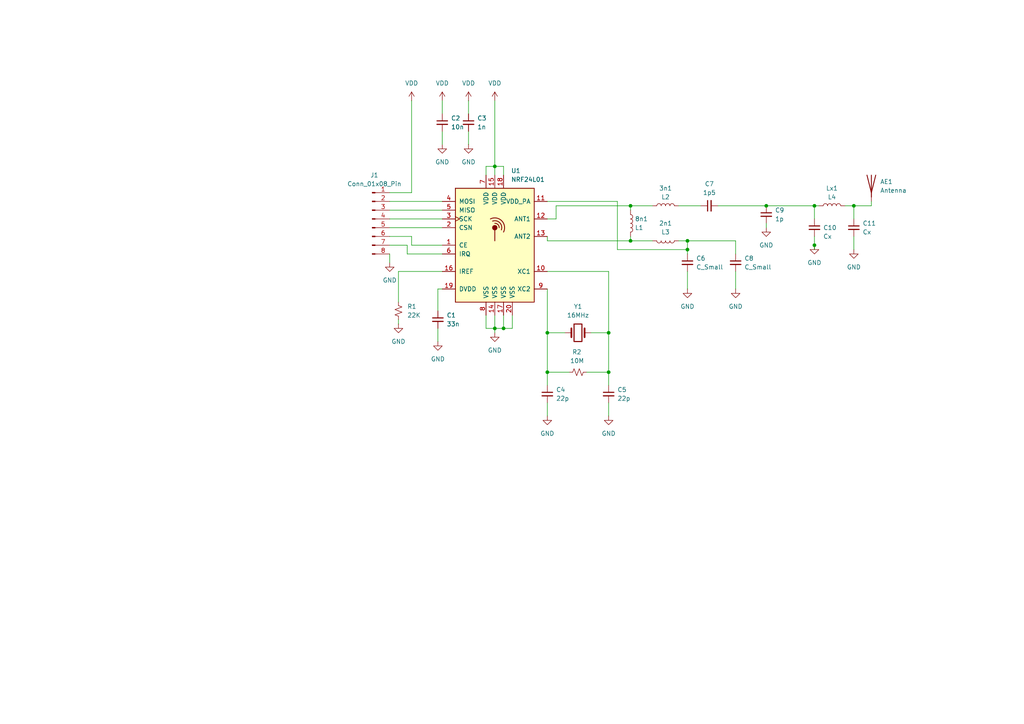
<source format=kicad_sch>
(kicad_sch
	(version 20231120)
	(generator "eeschema")
	(generator_version "8.0")
	(uuid "31a0bf8e-9e34-413b-956d-0762220081dc")
	(paper "A4")
	(lib_symbols
		(symbol "Connector:Conn_01x08_Pin"
			(pin_names
				(offset 1.016) hide)
			(exclude_from_sim no)
			(in_bom yes)
			(on_board yes)
			(property "Reference" "J"
				(at 0 10.16 0)
				(effects
					(font
						(size 1.27 1.27)
					)
				)
			)
			(property "Value" "Conn_01x08_Pin"
				(at 0 -12.7 0)
				(effects
					(font
						(size 1.27 1.27)
					)
				)
			)
			(property "Footprint" ""
				(at 0 0 0)
				(effects
					(font
						(size 1.27 1.27)
					)
					(hide yes)
				)
			)
			(property "Datasheet" "~"
				(at 0 0 0)
				(effects
					(font
						(size 1.27 1.27)
					)
					(hide yes)
				)
			)
			(property "Description" "Generic connector, single row, 01x08, script generated"
				(at 0 0 0)
				(effects
					(font
						(size 1.27 1.27)
					)
					(hide yes)
				)
			)
			(property "ki_locked" ""
				(at 0 0 0)
				(effects
					(font
						(size 1.27 1.27)
					)
				)
			)
			(property "ki_keywords" "connector"
				(at 0 0 0)
				(effects
					(font
						(size 1.27 1.27)
					)
					(hide yes)
				)
			)
			(property "ki_fp_filters" "Connector*:*_1x??_*"
				(at 0 0 0)
				(effects
					(font
						(size 1.27 1.27)
					)
					(hide yes)
				)
			)
			(symbol "Conn_01x08_Pin_1_1"
				(polyline
					(pts
						(xy 1.27 -10.16) (xy 0.8636 -10.16)
					)
					(stroke
						(width 0.1524)
						(type default)
					)
					(fill
						(type none)
					)
				)
				(polyline
					(pts
						(xy 1.27 -7.62) (xy 0.8636 -7.62)
					)
					(stroke
						(width 0.1524)
						(type default)
					)
					(fill
						(type none)
					)
				)
				(polyline
					(pts
						(xy 1.27 -5.08) (xy 0.8636 -5.08)
					)
					(stroke
						(width 0.1524)
						(type default)
					)
					(fill
						(type none)
					)
				)
				(polyline
					(pts
						(xy 1.27 -2.54) (xy 0.8636 -2.54)
					)
					(stroke
						(width 0.1524)
						(type default)
					)
					(fill
						(type none)
					)
				)
				(polyline
					(pts
						(xy 1.27 0) (xy 0.8636 0)
					)
					(stroke
						(width 0.1524)
						(type default)
					)
					(fill
						(type none)
					)
				)
				(polyline
					(pts
						(xy 1.27 2.54) (xy 0.8636 2.54)
					)
					(stroke
						(width 0.1524)
						(type default)
					)
					(fill
						(type none)
					)
				)
				(polyline
					(pts
						(xy 1.27 5.08) (xy 0.8636 5.08)
					)
					(stroke
						(width 0.1524)
						(type default)
					)
					(fill
						(type none)
					)
				)
				(polyline
					(pts
						(xy 1.27 7.62) (xy 0.8636 7.62)
					)
					(stroke
						(width 0.1524)
						(type default)
					)
					(fill
						(type none)
					)
				)
				(rectangle
					(start 0.8636 -10.033)
					(end 0 -10.287)
					(stroke
						(width 0.1524)
						(type default)
					)
					(fill
						(type outline)
					)
				)
				(rectangle
					(start 0.8636 -7.493)
					(end 0 -7.747)
					(stroke
						(width 0.1524)
						(type default)
					)
					(fill
						(type outline)
					)
				)
				(rectangle
					(start 0.8636 -4.953)
					(end 0 -5.207)
					(stroke
						(width 0.1524)
						(type default)
					)
					(fill
						(type outline)
					)
				)
				(rectangle
					(start 0.8636 -2.413)
					(end 0 -2.667)
					(stroke
						(width 0.1524)
						(type default)
					)
					(fill
						(type outline)
					)
				)
				(rectangle
					(start 0.8636 0.127)
					(end 0 -0.127)
					(stroke
						(width 0.1524)
						(type default)
					)
					(fill
						(type outline)
					)
				)
				(rectangle
					(start 0.8636 2.667)
					(end 0 2.413)
					(stroke
						(width 0.1524)
						(type default)
					)
					(fill
						(type outline)
					)
				)
				(rectangle
					(start 0.8636 5.207)
					(end 0 4.953)
					(stroke
						(width 0.1524)
						(type default)
					)
					(fill
						(type outline)
					)
				)
				(rectangle
					(start 0.8636 7.747)
					(end 0 7.493)
					(stroke
						(width 0.1524)
						(type default)
					)
					(fill
						(type outline)
					)
				)
				(pin passive line
					(at 5.08 7.62 180)
					(length 3.81)
					(name "Pin_1"
						(effects
							(font
								(size 1.27 1.27)
							)
						)
					)
					(number "1"
						(effects
							(font
								(size 1.27 1.27)
							)
						)
					)
				)
				(pin passive line
					(at 5.08 5.08 180)
					(length 3.81)
					(name "Pin_2"
						(effects
							(font
								(size 1.27 1.27)
							)
						)
					)
					(number "2"
						(effects
							(font
								(size 1.27 1.27)
							)
						)
					)
				)
				(pin passive line
					(at 5.08 2.54 180)
					(length 3.81)
					(name "Pin_3"
						(effects
							(font
								(size 1.27 1.27)
							)
						)
					)
					(number "3"
						(effects
							(font
								(size 1.27 1.27)
							)
						)
					)
				)
				(pin passive line
					(at 5.08 0 180)
					(length 3.81)
					(name "Pin_4"
						(effects
							(font
								(size 1.27 1.27)
							)
						)
					)
					(number "4"
						(effects
							(font
								(size 1.27 1.27)
							)
						)
					)
				)
				(pin passive line
					(at 5.08 -2.54 180)
					(length 3.81)
					(name "Pin_5"
						(effects
							(font
								(size 1.27 1.27)
							)
						)
					)
					(number "5"
						(effects
							(font
								(size 1.27 1.27)
							)
						)
					)
				)
				(pin passive line
					(at 5.08 -5.08 180)
					(length 3.81)
					(name "Pin_6"
						(effects
							(font
								(size 1.27 1.27)
							)
						)
					)
					(number "6"
						(effects
							(font
								(size 1.27 1.27)
							)
						)
					)
				)
				(pin passive line
					(at 5.08 -7.62 180)
					(length 3.81)
					(name "Pin_7"
						(effects
							(font
								(size 1.27 1.27)
							)
						)
					)
					(number "7"
						(effects
							(font
								(size 1.27 1.27)
							)
						)
					)
				)
				(pin passive line
					(at 5.08 -10.16 180)
					(length 3.81)
					(name "Pin_8"
						(effects
							(font
								(size 1.27 1.27)
							)
						)
					)
					(number "8"
						(effects
							(font
								(size 1.27 1.27)
							)
						)
					)
				)
			)
		)
		(symbol "Device:Antenna"
			(pin_numbers hide)
			(pin_names
				(offset 1.016) hide)
			(exclude_from_sim no)
			(in_bom yes)
			(on_board yes)
			(property "Reference" "AE"
				(at -1.905 1.905 0)
				(effects
					(font
						(size 1.27 1.27)
					)
					(justify right)
				)
			)
			(property "Value" "Antenna"
				(at -1.905 0 0)
				(effects
					(font
						(size 1.27 1.27)
					)
					(justify right)
				)
			)
			(property "Footprint" ""
				(at 0 0 0)
				(effects
					(font
						(size 1.27 1.27)
					)
					(hide yes)
				)
			)
			(property "Datasheet" "~"
				(at 0 0 0)
				(effects
					(font
						(size 1.27 1.27)
					)
					(hide yes)
				)
			)
			(property "Description" "Antenna"
				(at 0 0 0)
				(effects
					(font
						(size 1.27 1.27)
					)
					(hide yes)
				)
			)
			(property "ki_keywords" "antenna"
				(at 0 0 0)
				(effects
					(font
						(size 1.27 1.27)
					)
					(hide yes)
				)
			)
			(symbol "Antenna_0_1"
				(polyline
					(pts
						(xy 0 2.54) (xy 0 -3.81)
					)
					(stroke
						(width 0.254)
						(type default)
					)
					(fill
						(type none)
					)
				)
				(polyline
					(pts
						(xy 1.27 2.54) (xy 0 -2.54) (xy -1.27 2.54)
					)
					(stroke
						(width 0.254)
						(type default)
					)
					(fill
						(type none)
					)
				)
			)
			(symbol "Antenna_1_1"
				(pin input line
					(at 0 -5.08 90)
					(length 2.54)
					(name "A"
						(effects
							(font
								(size 1.27 1.27)
							)
						)
					)
					(number "1"
						(effects
							(font
								(size 1.27 1.27)
							)
						)
					)
				)
			)
		)
		(symbol "Device:C_Small"
			(pin_numbers hide)
			(pin_names
				(offset 0.254) hide)
			(exclude_from_sim no)
			(in_bom yes)
			(on_board yes)
			(property "Reference" "C"
				(at 0.254 1.778 0)
				(effects
					(font
						(size 1.27 1.27)
					)
					(justify left)
				)
			)
			(property "Value" "C_Small"
				(at 0.254 -2.032 0)
				(effects
					(font
						(size 1.27 1.27)
					)
					(justify left)
				)
			)
			(property "Footprint" ""
				(at 0 0 0)
				(effects
					(font
						(size 1.27 1.27)
					)
					(hide yes)
				)
			)
			(property "Datasheet" "~"
				(at 0 0 0)
				(effects
					(font
						(size 1.27 1.27)
					)
					(hide yes)
				)
			)
			(property "Description" "Unpolarized capacitor, small symbol"
				(at 0 0 0)
				(effects
					(font
						(size 1.27 1.27)
					)
					(hide yes)
				)
			)
			(property "ki_keywords" "capacitor cap"
				(at 0 0 0)
				(effects
					(font
						(size 1.27 1.27)
					)
					(hide yes)
				)
			)
			(property "ki_fp_filters" "C_*"
				(at 0 0 0)
				(effects
					(font
						(size 1.27 1.27)
					)
					(hide yes)
				)
			)
			(symbol "C_Small_0_1"
				(polyline
					(pts
						(xy -1.524 -0.508) (xy 1.524 -0.508)
					)
					(stroke
						(width 0.3302)
						(type default)
					)
					(fill
						(type none)
					)
				)
				(polyline
					(pts
						(xy -1.524 0.508) (xy 1.524 0.508)
					)
					(stroke
						(width 0.3048)
						(type default)
					)
					(fill
						(type none)
					)
				)
			)
			(symbol "C_Small_1_1"
				(pin passive line
					(at 0 2.54 270)
					(length 2.032)
					(name "~"
						(effects
							(font
								(size 1.27 1.27)
							)
						)
					)
					(number "1"
						(effects
							(font
								(size 1.27 1.27)
							)
						)
					)
				)
				(pin passive line
					(at 0 -2.54 90)
					(length 2.032)
					(name "~"
						(effects
							(font
								(size 1.27 1.27)
							)
						)
					)
					(number "2"
						(effects
							(font
								(size 1.27 1.27)
							)
						)
					)
				)
			)
		)
		(symbol "Device:Crystal"
			(pin_numbers hide)
			(pin_names
				(offset 1.016) hide)
			(exclude_from_sim no)
			(in_bom yes)
			(on_board yes)
			(property "Reference" "Y"
				(at 0 3.81 0)
				(effects
					(font
						(size 1.27 1.27)
					)
				)
			)
			(property "Value" "Crystal"
				(at 0 -3.81 0)
				(effects
					(font
						(size 1.27 1.27)
					)
				)
			)
			(property "Footprint" ""
				(at 0 0 0)
				(effects
					(font
						(size 1.27 1.27)
					)
					(hide yes)
				)
			)
			(property "Datasheet" "~"
				(at 0 0 0)
				(effects
					(font
						(size 1.27 1.27)
					)
					(hide yes)
				)
			)
			(property "Description" "Two pin crystal"
				(at 0 0 0)
				(effects
					(font
						(size 1.27 1.27)
					)
					(hide yes)
				)
			)
			(property "ki_keywords" "quartz ceramic resonator oscillator"
				(at 0 0 0)
				(effects
					(font
						(size 1.27 1.27)
					)
					(hide yes)
				)
			)
			(property "ki_fp_filters" "Crystal*"
				(at 0 0 0)
				(effects
					(font
						(size 1.27 1.27)
					)
					(hide yes)
				)
			)
			(symbol "Crystal_0_1"
				(rectangle
					(start -1.143 2.54)
					(end 1.143 -2.54)
					(stroke
						(width 0.3048)
						(type default)
					)
					(fill
						(type none)
					)
				)
				(polyline
					(pts
						(xy -2.54 0) (xy -1.905 0)
					)
					(stroke
						(width 0)
						(type default)
					)
					(fill
						(type none)
					)
				)
				(polyline
					(pts
						(xy -1.905 -1.27) (xy -1.905 1.27)
					)
					(stroke
						(width 0.508)
						(type default)
					)
					(fill
						(type none)
					)
				)
				(polyline
					(pts
						(xy 1.905 -1.27) (xy 1.905 1.27)
					)
					(stroke
						(width 0.508)
						(type default)
					)
					(fill
						(type none)
					)
				)
				(polyline
					(pts
						(xy 2.54 0) (xy 1.905 0)
					)
					(stroke
						(width 0)
						(type default)
					)
					(fill
						(type none)
					)
				)
			)
			(symbol "Crystal_1_1"
				(pin passive line
					(at -3.81 0 0)
					(length 1.27)
					(name "1"
						(effects
							(font
								(size 1.27 1.27)
							)
						)
					)
					(number "1"
						(effects
							(font
								(size 1.27 1.27)
							)
						)
					)
				)
				(pin passive line
					(at 3.81 0 180)
					(length 1.27)
					(name "2"
						(effects
							(font
								(size 1.27 1.27)
							)
						)
					)
					(number "2"
						(effects
							(font
								(size 1.27 1.27)
							)
						)
					)
				)
			)
		)
		(symbol "Device:L"
			(pin_numbers hide)
			(pin_names
				(offset 1.016) hide)
			(exclude_from_sim no)
			(in_bom yes)
			(on_board yes)
			(property "Reference" "L"
				(at -1.27 0 90)
				(effects
					(font
						(size 1.27 1.27)
					)
				)
			)
			(property "Value" "L"
				(at 1.905 0 90)
				(effects
					(font
						(size 1.27 1.27)
					)
				)
			)
			(property "Footprint" ""
				(at 0 0 0)
				(effects
					(font
						(size 1.27 1.27)
					)
					(hide yes)
				)
			)
			(property "Datasheet" "~"
				(at 0 0 0)
				(effects
					(font
						(size 1.27 1.27)
					)
					(hide yes)
				)
			)
			(property "Description" "Inductor"
				(at 0 0 0)
				(effects
					(font
						(size 1.27 1.27)
					)
					(hide yes)
				)
			)
			(property "ki_keywords" "inductor choke coil reactor magnetic"
				(at 0 0 0)
				(effects
					(font
						(size 1.27 1.27)
					)
					(hide yes)
				)
			)
			(property "ki_fp_filters" "Choke_* *Coil* Inductor_* L_*"
				(at 0 0 0)
				(effects
					(font
						(size 1.27 1.27)
					)
					(hide yes)
				)
			)
			(symbol "L_0_1"
				(arc
					(start 0 -2.54)
					(mid 0.6323 -1.905)
					(end 0 -1.27)
					(stroke
						(width 0)
						(type default)
					)
					(fill
						(type none)
					)
				)
				(arc
					(start 0 -1.27)
					(mid 0.6323 -0.635)
					(end 0 0)
					(stroke
						(width 0)
						(type default)
					)
					(fill
						(type none)
					)
				)
				(arc
					(start 0 0)
					(mid 0.6323 0.635)
					(end 0 1.27)
					(stroke
						(width 0)
						(type default)
					)
					(fill
						(type none)
					)
				)
				(arc
					(start 0 1.27)
					(mid 0.6323 1.905)
					(end 0 2.54)
					(stroke
						(width 0)
						(type default)
					)
					(fill
						(type none)
					)
				)
			)
			(symbol "L_1_1"
				(pin passive line
					(at 0 3.81 270)
					(length 1.27)
					(name "1"
						(effects
							(font
								(size 1.27 1.27)
							)
						)
					)
					(number "1"
						(effects
							(font
								(size 1.27 1.27)
							)
						)
					)
				)
				(pin passive line
					(at 0 -3.81 90)
					(length 1.27)
					(name "2"
						(effects
							(font
								(size 1.27 1.27)
							)
						)
					)
					(number "2"
						(effects
							(font
								(size 1.27 1.27)
							)
						)
					)
				)
			)
		)
		(symbol "Device:R_Small_US"
			(pin_numbers hide)
			(pin_names
				(offset 0.254) hide)
			(exclude_from_sim no)
			(in_bom yes)
			(on_board yes)
			(property "Reference" "R"
				(at 0.762 0.508 0)
				(effects
					(font
						(size 1.27 1.27)
					)
					(justify left)
				)
			)
			(property "Value" "R_Small_US"
				(at 0.762 -1.016 0)
				(effects
					(font
						(size 1.27 1.27)
					)
					(justify left)
				)
			)
			(property "Footprint" ""
				(at 0 0 0)
				(effects
					(font
						(size 1.27 1.27)
					)
					(hide yes)
				)
			)
			(property "Datasheet" "~"
				(at 0 0 0)
				(effects
					(font
						(size 1.27 1.27)
					)
					(hide yes)
				)
			)
			(property "Description" "Resistor, small US symbol"
				(at 0 0 0)
				(effects
					(font
						(size 1.27 1.27)
					)
					(hide yes)
				)
			)
			(property "ki_keywords" "r resistor"
				(at 0 0 0)
				(effects
					(font
						(size 1.27 1.27)
					)
					(hide yes)
				)
			)
			(property "ki_fp_filters" "R_*"
				(at 0 0 0)
				(effects
					(font
						(size 1.27 1.27)
					)
					(hide yes)
				)
			)
			(symbol "R_Small_US_1_1"
				(polyline
					(pts
						(xy 0 0) (xy 1.016 -0.381) (xy 0 -0.762) (xy -1.016 -1.143) (xy 0 -1.524)
					)
					(stroke
						(width 0)
						(type default)
					)
					(fill
						(type none)
					)
				)
				(polyline
					(pts
						(xy 0 1.524) (xy 1.016 1.143) (xy 0 0.762) (xy -1.016 0.381) (xy 0 0)
					)
					(stroke
						(width 0)
						(type default)
					)
					(fill
						(type none)
					)
				)
				(pin passive line
					(at 0 2.54 270)
					(length 1.016)
					(name "~"
						(effects
							(font
								(size 1.27 1.27)
							)
						)
					)
					(number "1"
						(effects
							(font
								(size 1.27 1.27)
							)
						)
					)
				)
				(pin passive line
					(at 0 -2.54 90)
					(length 1.016)
					(name "~"
						(effects
							(font
								(size 1.27 1.27)
							)
						)
					)
					(number "2"
						(effects
							(font
								(size 1.27 1.27)
							)
						)
					)
				)
			)
		)
		(symbol "RF:NRF24L01"
			(pin_names
				(offset 1.016)
			)
			(exclude_from_sim no)
			(in_bom yes)
			(on_board yes)
			(property "Reference" "U"
				(at -11.43 17.78 0)
				(effects
					(font
						(size 1.27 1.27)
					)
					(justify left)
				)
			)
			(property "Value" "NRF24L01"
				(at 5.08 17.78 0)
				(effects
					(font
						(size 1.27 1.27)
					)
					(justify left)
				)
			)
			(property "Footprint" "Package_DFN_QFN:QFN-20-1EP_4x4mm_P0.5mm_EP2.5x2.5mm"
				(at 5.08 20.32 0)
				(effects
					(font
						(size 1.27 1.27)
						(italic yes)
					)
					(justify left)
					(hide yes)
				)
			)
			(property "Datasheet" "http://www.nordicsemi.com/eng/content/download/2730/34105/file/nRF24L01_Product_Specification_v2_0.pdf"
				(at 0 2.54 0)
				(effects
					(font
						(size 1.27 1.27)
					)
					(hide yes)
				)
			)
			(property "Description" "Ultra low power 2.4GHz RF Transceiver, QFN-20"
				(at 0 0 0)
				(effects
					(font
						(size 1.27 1.27)
					)
					(hide yes)
				)
			)
			(property "ki_keywords" "Low Power RF Transceiver"
				(at 0 0 0)
				(effects
					(font
						(size 1.27 1.27)
					)
					(hide yes)
				)
			)
			(property "ki_fp_filters" "QFN*4x4*0.5mm*"
				(at 0 0 0)
				(effects
					(font
						(size 1.27 1.27)
					)
					(hide yes)
				)
			)
			(symbol "NRF24L01_0_1"
				(rectangle
					(start -11.43 16.51)
					(end 11.43 -16.51)
					(stroke
						(width 0.254)
						(type default)
					)
					(fill
						(type background)
					)
				)
				(polyline
					(pts
						(xy 0 4.445) (xy 0 1.27)
					)
					(stroke
						(width 0.254)
						(type default)
					)
					(fill
						(type none)
					)
				)
				(circle
					(center 0 5.08)
					(radius 0.635)
					(stroke
						(width 0.254)
						(type default)
					)
					(fill
						(type outline)
					)
				)
				(arc
					(start 1.27 5.08)
					(mid 0.9071 5.9946)
					(end 0 6.35)
					(stroke
						(width 0.254)
						(type default)
					)
					(fill
						(type none)
					)
				)
				(arc
					(start 1.905 4.445)
					(mid 1.4313 6.5254)
					(end -0.635 6.985)
					(stroke
						(width 0.254)
						(type default)
					)
					(fill
						(type none)
					)
				)
				(arc
					(start 2.54 3.81)
					(mid 2.008 7.088)
					(end -1.27 7.62)
					(stroke
						(width 0.254)
						(type default)
					)
					(fill
						(type none)
					)
				)
				(rectangle
					(start 11.43 -13.97)
					(end 11.43 -13.97)
					(stroke
						(width 0)
						(type default)
					)
					(fill
						(type none)
					)
				)
			)
			(symbol "NRF24L01_1_1"
				(pin input line
					(at -15.24 0 0)
					(length 3.81)
					(name "CE"
						(effects
							(font
								(size 1.27 1.27)
							)
						)
					)
					(number "1"
						(effects
							(font
								(size 1.27 1.27)
							)
						)
					)
				)
				(pin passive line
					(at 15.24 -7.62 180)
					(length 3.81)
					(name "XC1"
						(effects
							(font
								(size 1.27 1.27)
							)
						)
					)
					(number "10"
						(effects
							(font
								(size 1.27 1.27)
							)
						)
					)
				)
				(pin power_out line
					(at 15.24 12.7 180)
					(length 3.81)
					(name "VDD_PA"
						(effects
							(font
								(size 1.27 1.27)
							)
						)
					)
					(number "11"
						(effects
							(font
								(size 1.27 1.27)
							)
						)
					)
				)
				(pin passive line
					(at 15.24 7.62 180)
					(length 3.81)
					(name "ANT1"
						(effects
							(font
								(size 1.27 1.27)
							)
						)
					)
					(number "12"
						(effects
							(font
								(size 1.27 1.27)
							)
						)
					)
				)
				(pin passive line
					(at 15.24 2.54 180)
					(length 3.81)
					(name "ANT2"
						(effects
							(font
								(size 1.27 1.27)
							)
						)
					)
					(number "13"
						(effects
							(font
								(size 1.27 1.27)
							)
						)
					)
				)
				(pin power_in line
					(at 0 -20.32 90)
					(length 3.81)
					(name "VSS"
						(effects
							(font
								(size 1.27 1.27)
							)
						)
					)
					(number "14"
						(effects
							(font
								(size 1.27 1.27)
							)
						)
					)
				)
				(pin power_in line
					(at 0 20.32 270)
					(length 3.81)
					(name "VDD"
						(effects
							(font
								(size 1.27 1.27)
							)
						)
					)
					(number "15"
						(effects
							(font
								(size 1.27 1.27)
							)
						)
					)
				)
				(pin passive line
					(at -15.24 -7.62 0)
					(length 3.81)
					(name "IREF"
						(effects
							(font
								(size 1.27 1.27)
							)
						)
					)
					(number "16"
						(effects
							(font
								(size 1.27 1.27)
							)
						)
					)
				)
				(pin power_in line
					(at 2.54 -20.32 90)
					(length 3.81)
					(name "VSS"
						(effects
							(font
								(size 1.27 1.27)
							)
						)
					)
					(number "17"
						(effects
							(font
								(size 1.27 1.27)
							)
						)
					)
				)
				(pin power_in line
					(at 2.54 20.32 270)
					(length 3.81)
					(name "VDD"
						(effects
							(font
								(size 1.27 1.27)
							)
						)
					)
					(number "18"
						(effects
							(font
								(size 1.27 1.27)
							)
						)
					)
				)
				(pin power_out line
					(at -15.24 -12.7 0)
					(length 3.81)
					(name "DVDD"
						(effects
							(font
								(size 1.27 1.27)
							)
						)
					)
					(number "19"
						(effects
							(font
								(size 1.27 1.27)
							)
						)
					)
				)
				(pin input line
					(at -15.24 5.08 0)
					(length 3.81)
					(name "CSN"
						(effects
							(font
								(size 1.27 1.27)
							)
						)
					)
					(number "2"
						(effects
							(font
								(size 1.27 1.27)
							)
						)
					)
				)
				(pin power_in line
					(at 5.08 -20.32 90)
					(length 3.81)
					(name "VSS"
						(effects
							(font
								(size 1.27 1.27)
							)
						)
					)
					(number "20"
						(effects
							(font
								(size 1.27 1.27)
							)
						)
					)
				)
				(pin input clock
					(at -15.24 7.62 0)
					(length 3.81)
					(name "SCK"
						(effects
							(font
								(size 1.27 1.27)
							)
						)
					)
					(number "3"
						(effects
							(font
								(size 1.27 1.27)
							)
						)
					)
				)
				(pin input line
					(at -15.24 12.7 0)
					(length 3.81)
					(name "MOSI"
						(effects
							(font
								(size 1.27 1.27)
							)
						)
					)
					(number "4"
						(effects
							(font
								(size 1.27 1.27)
							)
						)
					)
				)
				(pin output line
					(at -15.24 10.16 0)
					(length 3.81)
					(name "MISO"
						(effects
							(font
								(size 1.27 1.27)
							)
						)
					)
					(number "5"
						(effects
							(font
								(size 1.27 1.27)
							)
						)
					)
				)
				(pin output line
					(at -15.24 -2.54 0)
					(length 3.81)
					(name "IRQ"
						(effects
							(font
								(size 1.27 1.27)
							)
						)
					)
					(number "6"
						(effects
							(font
								(size 1.27 1.27)
							)
						)
					)
				)
				(pin power_in line
					(at -2.54 20.32 270)
					(length 3.81)
					(name "VDD"
						(effects
							(font
								(size 1.27 1.27)
							)
						)
					)
					(number "7"
						(effects
							(font
								(size 1.27 1.27)
							)
						)
					)
				)
				(pin power_in line
					(at -2.54 -20.32 90)
					(length 3.81)
					(name "VSS"
						(effects
							(font
								(size 1.27 1.27)
							)
						)
					)
					(number "8"
						(effects
							(font
								(size 1.27 1.27)
							)
						)
					)
				)
				(pin passive line
					(at 15.24 -12.7 180)
					(length 3.81)
					(name "XC2"
						(effects
							(font
								(size 1.27 1.27)
							)
						)
					)
					(number "9"
						(effects
							(font
								(size 1.27 1.27)
							)
						)
					)
				)
			)
		)
		(symbol "power:GND"
			(power)
			(pin_numbers hide)
			(pin_names
				(offset 0) hide)
			(exclude_from_sim no)
			(in_bom yes)
			(on_board yes)
			(property "Reference" "#PWR"
				(at 0 -6.35 0)
				(effects
					(font
						(size 1.27 1.27)
					)
					(hide yes)
				)
			)
			(property "Value" "GND"
				(at 0 -3.81 0)
				(effects
					(font
						(size 1.27 1.27)
					)
				)
			)
			(property "Footprint" ""
				(at 0 0 0)
				(effects
					(font
						(size 1.27 1.27)
					)
					(hide yes)
				)
			)
			(property "Datasheet" ""
				(at 0 0 0)
				(effects
					(font
						(size 1.27 1.27)
					)
					(hide yes)
				)
			)
			(property "Description" "Power symbol creates a global label with name \"GND\" , ground"
				(at 0 0 0)
				(effects
					(font
						(size 1.27 1.27)
					)
					(hide yes)
				)
			)
			(property "ki_keywords" "global power"
				(at 0 0 0)
				(effects
					(font
						(size 1.27 1.27)
					)
					(hide yes)
				)
			)
			(symbol "GND_0_1"
				(polyline
					(pts
						(xy 0 0) (xy 0 -1.27) (xy 1.27 -1.27) (xy 0 -2.54) (xy -1.27 -1.27) (xy 0 -1.27)
					)
					(stroke
						(width 0)
						(type default)
					)
					(fill
						(type none)
					)
				)
			)
			(symbol "GND_1_1"
				(pin power_in line
					(at 0 0 270)
					(length 0)
					(name "~"
						(effects
							(font
								(size 1.27 1.27)
							)
						)
					)
					(number "1"
						(effects
							(font
								(size 1.27 1.27)
							)
						)
					)
				)
			)
		)
		(symbol "power:VDD"
			(power)
			(pin_numbers hide)
			(pin_names
				(offset 0) hide)
			(exclude_from_sim no)
			(in_bom yes)
			(on_board yes)
			(property "Reference" "#PWR"
				(at 0 -3.81 0)
				(effects
					(font
						(size 1.27 1.27)
					)
					(hide yes)
				)
			)
			(property "Value" "VDD"
				(at 0 3.556 0)
				(effects
					(font
						(size 1.27 1.27)
					)
				)
			)
			(property "Footprint" ""
				(at 0 0 0)
				(effects
					(font
						(size 1.27 1.27)
					)
					(hide yes)
				)
			)
			(property "Datasheet" ""
				(at 0 0 0)
				(effects
					(font
						(size 1.27 1.27)
					)
					(hide yes)
				)
			)
			(property "Description" "Power symbol creates a global label with name \"VDD\""
				(at 0 0 0)
				(effects
					(font
						(size 1.27 1.27)
					)
					(hide yes)
				)
			)
			(property "ki_keywords" "global power"
				(at 0 0 0)
				(effects
					(font
						(size 1.27 1.27)
					)
					(hide yes)
				)
			)
			(symbol "VDD_0_1"
				(polyline
					(pts
						(xy -0.762 1.27) (xy 0 2.54)
					)
					(stroke
						(width 0)
						(type default)
					)
					(fill
						(type none)
					)
				)
				(polyline
					(pts
						(xy 0 0) (xy 0 2.54)
					)
					(stroke
						(width 0)
						(type default)
					)
					(fill
						(type none)
					)
				)
				(polyline
					(pts
						(xy 0 2.54) (xy 0.762 1.27)
					)
					(stroke
						(width 0)
						(type default)
					)
					(fill
						(type none)
					)
				)
			)
			(symbol "VDD_1_1"
				(pin power_in line
					(at 0 0 90)
					(length 0)
					(name "~"
						(effects
							(font
								(size 1.27 1.27)
							)
						)
					)
					(number "1"
						(effects
							(font
								(size 1.27 1.27)
							)
						)
					)
				)
			)
		)
	)
	(junction
		(at 199.39 69.85)
		(diameter 0)
		(color 0 0 0 0)
		(uuid "078e16a6-fdb0-4276-a678-124a88a3d8a5")
	)
	(junction
		(at 182.88 59.69)
		(diameter 0)
		(color 0 0 0 0)
		(uuid "0ed14725-f42e-4e2d-b833-f6489d8b95de")
	)
	(junction
		(at 199.39 72.39)
		(diameter 0)
		(color 0 0 0 0)
		(uuid "41664f9d-0557-4726-8bb0-b57b346c22cd")
	)
	(junction
		(at 236.22 71.12)
		(diameter 0)
		(color 0 0 0 0)
		(uuid "46899353-8409-4a6c-ba95-28fe1193e96d")
	)
	(junction
		(at 247.65 59.69)
		(diameter 0)
		(color 0 0 0 0)
		(uuid "4ef4c2cb-b8bd-4b98-9ae5-3177a2e387fa")
	)
	(junction
		(at 236.22 59.69)
		(diameter 0)
		(color 0 0 0 0)
		(uuid "5c8a04eb-246b-4c8e-b690-c04b8ac86a7b")
	)
	(junction
		(at 176.53 96.52)
		(diameter 0)
		(color 0 0 0 0)
		(uuid "75e8d3ba-f91c-4731-b996-eb4dee25d30b")
	)
	(junction
		(at 176.53 107.95)
		(diameter 0)
		(color 0 0 0 0)
		(uuid "85116462-2717-423f-af05-71e00fe7b1b1")
	)
	(junction
		(at 146.05 95.25)
		(diameter 0)
		(color 0 0 0 0)
		(uuid "99058d9f-1ed2-4fce-a5ef-2340ecc32eb2")
	)
	(junction
		(at 143.51 95.25)
		(diameter 0)
		(color 0 0 0 0)
		(uuid "bcb35c93-09c5-4ab3-a9c2-bf05f6cf6381")
	)
	(junction
		(at 222.25 59.69)
		(diameter 0)
		(color 0 0 0 0)
		(uuid "daf2f211-4dfb-4278-8603-ab1ee859e4f8")
	)
	(junction
		(at 182.88 69.85)
		(diameter 0)
		(color 0 0 0 0)
		(uuid "e3ae335f-7737-4ad8-928a-8b1bf5c809eb")
	)
	(junction
		(at 158.75 96.52)
		(diameter 0)
		(color 0 0 0 0)
		(uuid "e9b87a8e-5eca-4b69-bef4-90cb75c07bfc")
	)
	(junction
		(at 158.75 107.95)
		(diameter 0)
		(color 0 0 0 0)
		(uuid "ea294867-0381-492a-b064-e69e5155759a")
	)
	(junction
		(at 143.51 48.26)
		(diameter 0)
		(color 0 0 0 0)
		(uuid "f1d9789d-12cc-466d-bec3-dd2352e61418")
	)
	(wire
		(pts
			(xy 115.57 87.63) (xy 115.57 78.74)
		)
		(stroke
			(width 0)
			(type default)
		)
		(uuid "033eb07a-a167-4a6c-bdb3-248350b082f1")
	)
	(wire
		(pts
			(xy 119.38 68.58) (xy 113.03 68.58)
		)
		(stroke
			(width 0)
			(type default)
		)
		(uuid "0344a488-5249-4173-ab34-dd6bf11e2168")
	)
	(wire
		(pts
			(xy 252.73 58.42) (xy 252.73 59.69)
		)
		(stroke
			(width 0)
			(type default)
		)
		(uuid "07045768-6cef-49a9-aaf3-5bdd79b553ba")
	)
	(wire
		(pts
			(xy 236.22 59.69) (xy 237.49 59.69)
		)
		(stroke
			(width 0)
			(type default)
		)
		(uuid "0b33fc15-4ea3-4a01-9ecf-cffb4b29abb2")
	)
	(wire
		(pts
			(xy 222.25 59.69) (xy 236.22 59.69)
		)
		(stroke
			(width 0)
			(type default)
		)
		(uuid "0b41ecba-6fb7-41e5-9a49-ca07107d389d")
	)
	(wire
		(pts
			(xy 247.65 59.69) (xy 247.65 63.5)
		)
		(stroke
			(width 0)
			(type default)
		)
		(uuid "0e13d4b2-fbb8-4536-9b32-eca1cc93c524")
	)
	(wire
		(pts
			(xy 182.88 59.69) (xy 182.88 60.96)
		)
		(stroke
			(width 0)
			(type default)
		)
		(uuid "0f9440f7-bb46-49e6-9e72-00e57767990b")
	)
	(wire
		(pts
			(xy 179.07 58.42) (xy 179.07 72.39)
		)
		(stroke
			(width 0)
			(type default)
		)
		(uuid "10236d96-1949-4f61-9353-b84d8b778388")
	)
	(wire
		(pts
			(xy 140.97 48.26) (xy 143.51 48.26)
		)
		(stroke
			(width 0)
			(type default)
		)
		(uuid "119bde0d-0e64-4c25-bdda-630ae0ab0d28")
	)
	(wire
		(pts
			(xy 113.03 66.04) (xy 128.27 66.04)
		)
		(stroke
			(width 0)
			(type default)
		)
		(uuid "134ef2a5-47db-4f71-9b7e-4a7934f85fa2")
	)
	(wire
		(pts
			(xy 118.11 73.66) (xy 118.11 71.12)
		)
		(stroke
			(width 0)
			(type default)
		)
		(uuid "153f8d18-b480-49ea-b011-7ada3d4879b6")
	)
	(wire
		(pts
			(xy 158.75 78.74) (xy 176.53 78.74)
		)
		(stroke
			(width 0)
			(type default)
		)
		(uuid "1b029864-0de5-4b0a-a8bf-08f6c7cc86af")
	)
	(wire
		(pts
			(xy 127 83.82) (xy 127 90.17)
		)
		(stroke
			(width 0)
			(type default)
		)
		(uuid "1b034824-b197-4861-b6a1-7ee8ca01390b")
	)
	(wire
		(pts
			(xy 161.29 63.5) (xy 161.29 59.69)
		)
		(stroke
			(width 0)
			(type default)
		)
		(uuid "1c5ae400-8712-4820-89a3-4e3235fc1163")
	)
	(wire
		(pts
			(xy 143.51 29.21) (xy 143.51 48.26)
		)
		(stroke
			(width 0)
			(type default)
		)
		(uuid "1c7bb991-a467-42f0-872f-d693392a9d78")
	)
	(wire
		(pts
			(xy 189.23 59.69) (xy 182.88 59.69)
		)
		(stroke
			(width 0)
			(type default)
		)
		(uuid "1d7cf944-4695-4e8f-ab8d-e239f5146d34")
	)
	(wire
		(pts
			(xy 236.22 68.58) (xy 236.22 71.12)
		)
		(stroke
			(width 0)
			(type default)
		)
		(uuid "26209f57-16e1-4b21-b748-f59659b8b875")
	)
	(wire
		(pts
			(xy 140.97 50.8) (xy 140.97 48.26)
		)
		(stroke
			(width 0)
			(type default)
		)
		(uuid "2fc5b6b0-da11-459d-8e3b-14850d13b815")
	)
	(wire
		(pts
			(xy 140.97 95.25) (xy 143.51 95.25)
		)
		(stroke
			(width 0)
			(type default)
		)
		(uuid "2fffb150-2f0c-481f-b403-d230c4601e54")
	)
	(wire
		(pts
			(xy 171.45 96.52) (xy 176.53 96.52)
		)
		(stroke
			(width 0)
			(type default)
		)
		(uuid "378d9a81-b7eb-418b-a2bf-6589ad108ace")
	)
	(wire
		(pts
			(xy 143.51 95.25) (xy 143.51 96.52)
		)
		(stroke
			(width 0)
			(type default)
		)
		(uuid "37963e22-7c42-4ac5-94eb-86911993a9be")
	)
	(wire
		(pts
			(xy 245.11 59.69) (xy 247.65 59.69)
		)
		(stroke
			(width 0)
			(type default)
		)
		(uuid "3a8a510e-5a50-4d8e-be07-8ab94b6ee878")
	)
	(wire
		(pts
			(xy 176.53 116.84) (xy 176.53 120.65)
		)
		(stroke
			(width 0)
			(type default)
		)
		(uuid "42f4c3ea-81b9-466d-9930-b6855a0c521f")
	)
	(wire
		(pts
			(xy 158.75 116.84) (xy 158.75 120.65)
		)
		(stroke
			(width 0)
			(type default)
		)
		(uuid "4438dacd-64e1-4261-9c0c-7bf3eea10c91")
	)
	(wire
		(pts
			(xy 199.39 72.39) (xy 199.39 73.66)
		)
		(stroke
			(width 0)
			(type default)
		)
		(uuid "4e87d27c-607f-4b8d-b6e7-d700ee532eb7")
	)
	(wire
		(pts
			(xy 158.75 96.52) (xy 163.83 96.52)
		)
		(stroke
			(width 0)
			(type default)
		)
		(uuid "51b6894a-af5b-43d9-b7de-0e5b2a206076")
	)
	(wire
		(pts
			(xy 213.36 69.85) (xy 199.39 69.85)
		)
		(stroke
			(width 0)
			(type default)
		)
		(uuid "5466dd69-d681-45c1-8728-0fab0ca07f5f")
	)
	(wire
		(pts
			(xy 118.11 71.12) (xy 113.03 71.12)
		)
		(stroke
			(width 0)
			(type default)
		)
		(uuid "54eab1c0-b6a7-411f-bb05-d2f0f93646bc")
	)
	(wire
		(pts
			(xy 199.39 69.85) (xy 199.39 72.39)
		)
		(stroke
			(width 0)
			(type default)
		)
		(uuid "59ce8061-5f42-4160-a4a2-5557d723ea8a")
	)
	(wire
		(pts
			(xy 208.28 59.69) (xy 222.25 59.69)
		)
		(stroke
			(width 0)
			(type default)
		)
		(uuid "5b591c56-767b-48bb-83ad-7bfa47749420")
	)
	(wire
		(pts
			(xy 113.03 60.96) (xy 128.27 60.96)
		)
		(stroke
			(width 0)
			(type default)
		)
		(uuid "61d213a8-dee6-48c0-913c-0fce90ba0e6a")
	)
	(wire
		(pts
			(xy 115.57 92.71) (xy 115.57 93.98)
		)
		(stroke
			(width 0)
			(type default)
		)
		(uuid "631883d1-bb36-4c6d-a2c1-d576411d19cd")
	)
	(wire
		(pts
			(xy 176.53 96.52) (xy 176.53 107.95)
		)
		(stroke
			(width 0)
			(type default)
		)
		(uuid "6572a189-1697-4aff-87c9-95a7b323c989")
	)
	(wire
		(pts
			(xy 158.75 69.85) (xy 158.75 68.58)
		)
		(stroke
			(width 0)
			(type default)
		)
		(uuid "6f920b20-0312-419c-871a-e8923422da91")
	)
	(wire
		(pts
			(xy 113.03 58.42) (xy 128.27 58.42)
		)
		(stroke
			(width 0)
			(type default)
		)
		(uuid "70c1c8fa-9eaa-40b1-9166-e54ccdb2bd11")
	)
	(wire
		(pts
			(xy 146.05 91.44) (xy 146.05 95.25)
		)
		(stroke
			(width 0)
			(type default)
		)
		(uuid "71428233-a84a-4328-af4f-b0ed8d9ac1d8")
	)
	(wire
		(pts
			(xy 135.89 38.1) (xy 135.89 41.91)
		)
		(stroke
			(width 0)
			(type default)
		)
		(uuid "724ab604-12bf-4732-8949-12d90036543f")
	)
	(wire
		(pts
			(xy 158.75 69.85) (xy 182.88 69.85)
		)
		(stroke
			(width 0)
			(type default)
		)
		(uuid "724e7eb0-03b2-433d-aa08-49b516701605")
	)
	(wire
		(pts
			(xy 143.51 48.26) (xy 143.51 50.8)
		)
		(stroke
			(width 0)
			(type default)
		)
		(uuid "72d3465f-4553-49c5-a6be-9840aa8c3c95")
	)
	(wire
		(pts
			(xy 189.23 69.85) (xy 182.88 69.85)
		)
		(stroke
			(width 0)
			(type default)
		)
		(uuid "7ae1cf41-6529-4088-b48d-2d4ccc3684a5")
	)
	(wire
		(pts
			(xy 247.65 68.58) (xy 247.65 72.39)
		)
		(stroke
			(width 0)
			(type default)
		)
		(uuid "7db1a4fd-c044-4b91-9be0-617c907e8e33")
	)
	(wire
		(pts
			(xy 236.22 72.39) (xy 236.22 71.12)
		)
		(stroke
			(width 0)
			(type default)
		)
		(uuid "7f1ff778-cf73-4c87-89fc-45ef55b89bc6")
	)
	(wire
		(pts
			(xy 158.75 58.42) (xy 179.07 58.42)
		)
		(stroke
			(width 0)
			(type default)
		)
		(uuid "858ec4c7-74fd-425d-8099-e779d0e72f9e")
	)
	(wire
		(pts
			(xy 113.03 63.5) (xy 128.27 63.5)
		)
		(stroke
			(width 0)
			(type default)
		)
		(uuid "85b18766-0ec4-4273-bfa5-0624927e84dd")
	)
	(wire
		(pts
			(xy 148.59 95.25) (xy 148.59 91.44)
		)
		(stroke
			(width 0)
			(type default)
		)
		(uuid "8c409eb3-e184-42ba-a865-e59f5100b080")
	)
	(wire
		(pts
			(xy 222.25 64.77) (xy 222.25 66.04)
		)
		(stroke
			(width 0)
			(type default)
		)
		(uuid "8f387570-bb41-44a9-a522-c507c17af900")
	)
	(wire
		(pts
			(xy 146.05 50.8) (xy 146.05 48.26)
		)
		(stroke
			(width 0)
			(type default)
		)
		(uuid "90f53878-baec-4e23-96b2-7d4aaf76f33c")
	)
	(wire
		(pts
			(xy 158.75 63.5) (xy 161.29 63.5)
		)
		(stroke
			(width 0)
			(type default)
		)
		(uuid "93405b5d-31c0-4aab-8d05-235dd3dbcb41")
	)
	(wire
		(pts
			(xy 113.03 55.88) (xy 119.38 55.88)
		)
		(stroke
			(width 0)
			(type default)
		)
		(uuid "936dd694-ff71-439a-a1cc-938b0ebd324e")
	)
	(wire
		(pts
			(xy 140.97 91.44) (xy 140.97 95.25)
		)
		(stroke
			(width 0)
			(type default)
		)
		(uuid "9772feee-1bf0-43f0-9649-ed89ed6b5408")
	)
	(wire
		(pts
			(xy 247.65 59.69) (xy 252.73 59.69)
		)
		(stroke
			(width 0)
			(type default)
		)
		(uuid "9b89fd14-b4d9-42b2-b239-1306ce316a4a")
	)
	(wire
		(pts
			(xy 127 95.25) (xy 127 99.06)
		)
		(stroke
			(width 0)
			(type default)
		)
		(uuid "a1e3fbea-c0a0-419a-b295-dd014f178757")
	)
	(wire
		(pts
			(xy 143.51 91.44) (xy 143.51 95.25)
		)
		(stroke
			(width 0)
			(type default)
		)
		(uuid "a26b487d-6847-43ec-9abc-5b4bf52bb102")
	)
	(wire
		(pts
			(xy 236.22 59.69) (xy 236.22 63.5)
		)
		(stroke
			(width 0)
			(type default)
		)
		(uuid "a494bd31-80ec-4969-a3be-8c995babd676")
	)
	(wire
		(pts
			(xy 119.38 29.21) (xy 119.38 55.88)
		)
		(stroke
			(width 0)
			(type default)
		)
		(uuid "a4d2681f-47d3-4fd4-a263-31637259eba2")
	)
	(wire
		(pts
			(xy 146.05 95.25) (xy 148.59 95.25)
		)
		(stroke
			(width 0)
			(type default)
		)
		(uuid "ac1f8e36-bba4-4d87-88d2-e1db98458c48")
	)
	(wire
		(pts
			(xy 176.53 107.95) (xy 176.53 111.76)
		)
		(stroke
			(width 0)
			(type default)
		)
		(uuid "b40b422e-5173-48fe-8346-a43e4bb953d6")
	)
	(wire
		(pts
			(xy 115.57 78.74) (xy 128.27 78.74)
		)
		(stroke
			(width 0)
			(type default)
		)
		(uuid "b8d4b8a0-b48f-49b4-b8f8-b637bf2aae77")
	)
	(wire
		(pts
			(xy 199.39 78.74) (xy 199.39 83.82)
		)
		(stroke
			(width 0)
			(type default)
		)
		(uuid "ba37570d-07d5-4368-9713-c787e0547e39")
	)
	(wire
		(pts
			(xy 196.85 69.85) (xy 199.39 69.85)
		)
		(stroke
			(width 0)
			(type default)
		)
		(uuid "bb419cbe-f3bf-4d03-bce8-a2b3ca7b2173")
	)
	(wire
		(pts
			(xy 128.27 73.66) (xy 118.11 73.66)
		)
		(stroke
			(width 0)
			(type default)
		)
		(uuid "bcaf58ef-bc4c-4ada-917f-7048ddc4b366")
	)
	(wire
		(pts
			(xy 158.75 107.95) (xy 158.75 111.76)
		)
		(stroke
			(width 0)
			(type default)
		)
		(uuid "c4f2ffb3-62bd-4acd-86e0-860cb04eac4f")
	)
	(wire
		(pts
			(xy 176.53 78.74) (xy 176.53 96.52)
		)
		(stroke
			(width 0)
			(type default)
		)
		(uuid "c80c0880-0388-4eb8-8a8f-4751ad7fe252")
	)
	(wire
		(pts
			(xy 213.36 78.74) (xy 213.36 83.82)
		)
		(stroke
			(width 0)
			(type default)
		)
		(uuid "cb2daf36-77dd-41bd-baf6-a198cd7f7e7c")
	)
	(wire
		(pts
			(xy 128.27 83.82) (xy 127 83.82)
		)
		(stroke
			(width 0)
			(type default)
		)
		(uuid "cbcec037-e785-46a5-9534-65101fbeb2df")
	)
	(wire
		(pts
			(xy 161.29 59.69) (xy 182.88 59.69)
		)
		(stroke
			(width 0)
			(type default)
		)
		(uuid "cead4a94-b08b-4975-9660-c6b63048de3b")
	)
	(wire
		(pts
			(xy 113.03 73.66) (xy 113.03 76.2)
		)
		(stroke
			(width 0)
			(type default)
		)
		(uuid "cf028c58-5522-4383-b418-050bd4c31fcb")
	)
	(wire
		(pts
			(xy 128.27 29.21) (xy 128.27 33.02)
		)
		(stroke
			(width 0)
			(type default)
		)
		(uuid "d21eae48-0c4e-4fa8-8b1d-62663787f7b0")
	)
	(wire
		(pts
			(xy 158.75 96.52) (xy 158.75 107.95)
		)
		(stroke
			(width 0)
			(type default)
		)
		(uuid "dd78d562-011e-4776-8c80-4081f42a3761")
	)
	(wire
		(pts
			(xy 179.07 72.39) (xy 199.39 72.39)
		)
		(stroke
			(width 0)
			(type default)
		)
		(uuid "ddb34002-31d4-470b-8e16-fe63c28711e1")
	)
	(wire
		(pts
			(xy 158.75 83.82) (xy 158.75 96.52)
		)
		(stroke
			(width 0)
			(type default)
		)
		(uuid "e12dc3e8-aa02-4eb3-a997-1f2f44d7c5a3")
	)
	(wire
		(pts
			(xy 128.27 38.1) (xy 128.27 41.91)
		)
		(stroke
			(width 0)
			(type default)
		)
		(uuid "e2bb2222-8318-4f25-ac2c-426b24d37b5e")
	)
	(wire
		(pts
			(xy 143.51 95.25) (xy 146.05 95.25)
		)
		(stroke
			(width 0)
			(type default)
		)
		(uuid "e5285374-b1a0-49b1-992e-85deeeffa098")
	)
	(wire
		(pts
			(xy 158.75 107.95) (xy 165.1 107.95)
		)
		(stroke
			(width 0)
			(type default)
		)
		(uuid "e99f4747-f36d-455b-be13-04f63481e492")
	)
	(wire
		(pts
			(xy 128.27 71.12) (xy 119.38 71.12)
		)
		(stroke
			(width 0)
			(type default)
		)
		(uuid "ef57495b-1995-4bf9-8a3b-baa7db984e96")
	)
	(wire
		(pts
			(xy 135.89 29.21) (xy 135.89 33.02)
		)
		(stroke
			(width 0)
			(type default)
		)
		(uuid "ef6d598d-69e5-4bf2-8ef9-ce44a448fb48")
	)
	(wire
		(pts
			(xy 170.18 107.95) (xy 176.53 107.95)
		)
		(stroke
			(width 0)
			(type default)
		)
		(uuid "f2159064-c115-4562-8b61-788b5d2cbca0")
	)
	(wire
		(pts
			(xy 119.38 71.12) (xy 119.38 68.58)
		)
		(stroke
			(width 0)
			(type default)
		)
		(uuid "f24bb0c1-3d4a-4d69-b72f-63a3717be8b0")
	)
	(wire
		(pts
			(xy 213.36 73.66) (xy 213.36 69.85)
		)
		(stroke
			(width 0)
			(type default)
		)
		(uuid "f2996d29-6cec-4538-b427-b957281d281b")
	)
	(wire
		(pts
			(xy 182.88 69.85) (xy 182.88 68.58)
		)
		(stroke
			(width 0)
			(type default)
		)
		(uuid "f4697359-5109-4930-9451-ec54f3adcf55")
	)
	(wire
		(pts
			(xy 146.05 48.26) (xy 143.51 48.26)
		)
		(stroke
			(width 0)
			(type default)
		)
		(uuid "f7e09d50-2394-46f5-b6e9-dac3b8b15236")
	)
	(wire
		(pts
			(xy 196.85 59.69) (xy 203.2 59.69)
		)
		(stroke
			(width 0)
			(type default)
		)
		(uuid "f9d962f6-a670-472d-89ff-6776639973bd")
	)
	(symbol
		(lib_id "power:GND")
		(at 113.03 76.2 0)
		(unit 1)
		(exclude_from_sim no)
		(in_bom yes)
		(on_board yes)
		(dnp no)
		(fields_autoplaced yes)
		(uuid "0123a3ef-477d-4d81-8d6c-66daf450158c")
		(property "Reference" "#PWR01"
			(at 113.03 82.55 0)
			(effects
				(font
					(size 1.27 1.27)
				)
				(hide yes)
			)
		)
		(property "Value" "GND"
			(at 113.03 81.28 0)
			(effects
				(font
					(size 1.27 1.27)
				)
			)
		)
		(property "Footprint" ""
			(at 113.03 76.2 0)
			(effects
				(font
					(size 1.27 1.27)
				)
				(hide yes)
			)
		)
		(property "Datasheet" ""
			(at 113.03 76.2 0)
			(effects
				(font
					(size 1.27 1.27)
				)
				(hide yes)
			)
		)
		(property "Description" "Power symbol creates a global label with name \"GND\" , ground"
			(at 113.03 76.2 0)
			(effects
				(font
					(size 1.27 1.27)
				)
				(hide yes)
			)
		)
		(pin "1"
			(uuid "e5c88127-57d1-4659-a54c-176ab534be55")
		)
		(instances
			(project "proyecto 1 kicad"
				(path "/31a0bf8e-9e34-413b-956d-0762220081dc"
					(reference "#PWR01")
					(unit 1)
				)
			)
		)
	)
	(symbol
		(lib_id "power:GND")
		(at 236.22 71.12 0)
		(unit 1)
		(exclude_from_sim no)
		(in_bom yes)
		(on_board yes)
		(dnp no)
		(fields_autoplaced yes)
		(uuid "036882ca-4d77-42a6-b6e6-4da4171a03e5")
		(property "Reference" "#PWR016"
			(at 236.22 77.47 0)
			(effects
				(font
					(size 1.27 1.27)
				)
				(hide yes)
			)
		)
		(property "Value" "GND"
			(at 236.22 76.2 0)
			(effects
				(font
					(size 1.27 1.27)
				)
			)
		)
		(property "Footprint" ""
			(at 236.22 71.12 0)
			(effects
				(font
					(size 1.27 1.27)
				)
				(hide yes)
			)
		)
		(property "Datasheet" ""
			(at 236.22 71.12 0)
			(effects
				(font
					(size 1.27 1.27)
				)
				(hide yes)
			)
		)
		(property "Description" "Power symbol creates a global label with name \"GND\" , ground"
			(at 236.22 71.12 0)
			(effects
				(font
					(size 1.27 1.27)
				)
				(hide yes)
			)
		)
		(pin "1"
			(uuid "72ae4a71-a2e1-42bc-9a77-395e33706b81")
		)
		(instances
			(project "proyecto 1 kicad"
				(path "/31a0bf8e-9e34-413b-956d-0762220081dc"
					(reference "#PWR016")
					(unit 1)
				)
			)
		)
	)
	(symbol
		(lib_id "power:GND")
		(at 199.39 83.82 0)
		(unit 1)
		(exclude_from_sim no)
		(in_bom yes)
		(on_board yes)
		(dnp no)
		(fields_autoplaced yes)
		(uuid "081212e0-ad7a-4452-b777-1f9f0853ab8b")
		(property "Reference" "#PWR013"
			(at 199.39 90.17 0)
			(effects
				(font
					(size 1.27 1.27)
				)
				(hide yes)
			)
		)
		(property "Value" "GND"
			(at 199.39 88.9 0)
			(effects
				(font
					(size 1.27 1.27)
				)
			)
		)
		(property "Footprint" ""
			(at 199.39 83.82 0)
			(effects
				(font
					(size 1.27 1.27)
				)
				(hide yes)
			)
		)
		(property "Datasheet" ""
			(at 199.39 83.82 0)
			(effects
				(font
					(size 1.27 1.27)
				)
				(hide yes)
			)
		)
		(property "Description" "Power symbol creates a global label with name \"GND\" , ground"
			(at 199.39 83.82 0)
			(effects
				(font
					(size 1.27 1.27)
				)
				(hide yes)
			)
		)
		(pin "1"
			(uuid "d22ec8ec-a38a-43fa-8b64-7bfd57086932")
		)
		(instances
			(project "proyecto 1 kicad"
				(path "/31a0bf8e-9e34-413b-956d-0762220081dc"
					(reference "#PWR013")
					(unit 1)
				)
			)
		)
	)
	(symbol
		(lib_id "Device:C_Small")
		(at 236.22 66.04 0)
		(unit 1)
		(exclude_from_sim no)
		(in_bom yes)
		(on_board yes)
		(dnp no)
		(uuid "0a072b55-df0f-4da7-8959-2ce0d73e9851")
		(property "Reference" "C10"
			(at 238.76 66.0462 0)
			(effects
				(font
					(size 1.27 1.27)
				)
				(justify left)
			)
		)
		(property "Value" "Cx"
			(at 238.76 68.5862 0)
			(effects
				(font
					(size 1.27 1.27)
				)
				(justify left)
			)
		)
		(property "Footprint" "Capacitor_SMD:C_0402_1005Metric"
			(at 236.22 66.04 0)
			(effects
				(font
					(size 1.27 1.27)
				)
				(hide yes)
			)
		)
		(property "Datasheet" "~"
			(at 236.22 66.04 0)
			(effects
				(font
					(size 1.27 1.27)
				)
				(hide yes)
			)
		)
		(property "Description" "Unpolarized capacitor, small symbol"
			(at 236.22 66.04 0)
			(effects
				(font
					(size 1.27 1.27)
				)
				(hide yes)
			)
		)
		(pin "2"
			(uuid "146c698d-1dfd-44ff-a891-c851289fc17d")
		)
		(pin "1"
			(uuid "3662b292-a2d7-48a0-a30d-1d95834b8e50")
		)
		(instances
			(project "proyecto 1 kicad"
				(path "/31a0bf8e-9e34-413b-956d-0762220081dc"
					(reference "C10")
					(unit 1)
				)
			)
		)
	)
	(symbol
		(lib_id "Device:C_Small")
		(at 158.75 114.3 0)
		(unit 1)
		(exclude_from_sim no)
		(in_bom yes)
		(on_board yes)
		(dnp no)
		(fields_autoplaced yes)
		(uuid "0a83d224-debf-416b-be54-352f9881757c")
		(property "Reference" "C4"
			(at 161.29 113.0362 0)
			(effects
				(font
					(size 1.27 1.27)
				)
				(justify left)
			)
		)
		(property "Value" "22p"
			(at 161.29 115.5762 0)
			(effects
				(font
					(size 1.27 1.27)
				)
				(justify left)
			)
		)
		(property "Footprint" "Capacitor_SMD:C_0402_1005Metric"
			(at 158.75 114.3 0)
			(effects
				(font
					(size 1.27 1.27)
				)
				(hide yes)
			)
		)
		(property "Datasheet" "~"
			(at 158.75 114.3 0)
			(effects
				(font
					(size 1.27 1.27)
				)
				(hide yes)
			)
		)
		(property "Description" "Unpolarized capacitor, small symbol"
			(at 158.75 114.3 0)
			(effects
				(font
					(size 1.27 1.27)
				)
				(hide yes)
			)
		)
		(pin "2"
			(uuid "d2fe94fd-6d6e-4c51-974f-389f747eaefb")
		)
		(pin "1"
			(uuid "0ff9f3ac-9705-41c3-b753-8b7d08f7f263")
		)
		(instances
			(project ""
				(path "/31a0bf8e-9e34-413b-956d-0762220081dc"
					(reference "C4")
					(unit 1)
				)
			)
		)
	)
	(symbol
		(lib_id "Device:C_Small")
		(at 199.39 76.2 0)
		(unit 1)
		(exclude_from_sim no)
		(in_bom yes)
		(on_board yes)
		(dnp no)
		(uuid "0f7e16e1-8910-4439-9b5a-3cb5c141211d")
		(property "Reference" "C6"
			(at 201.93 74.93 0)
			(effects
				(font
					(size 1.27 1.27)
				)
				(justify left)
			)
		)
		(property "Value" "C_Small"
			(at 201.93 77.4762 0)
			(effects
				(font
					(size 1.27 1.27)
				)
				(justify left)
			)
		)
		(property "Footprint" "Capacitor_SMD:C_0402_1005Metric"
			(at 199.39 76.2 0)
			(effects
				(font
					(size 1.27 1.27)
				)
				(hide yes)
			)
		)
		(property "Datasheet" "~"
			(at 199.39 76.2 0)
			(effects
				(font
					(size 1.27 1.27)
				)
				(hide yes)
			)
		)
		(property "Description" "Unpolarized capacitor, small symbol"
			(at 199.39 76.2 0)
			(effects
				(font
					(size 1.27 1.27)
				)
				(hide yes)
			)
		)
		(pin "2"
			(uuid "588aa87e-ec75-424c-a884-5b26117b10ea")
		)
		(pin "1"
			(uuid "8d67ab65-2418-474e-a4d2-c257abf127e0")
		)
		(instances
			(project "proyecto 1 kicad"
				(path "/31a0bf8e-9e34-413b-956d-0762220081dc"
					(reference "C6")
					(unit 1)
				)
			)
		)
	)
	(symbol
		(lib_id "power:VDD")
		(at 143.51 29.21 0)
		(unit 1)
		(exclude_from_sim no)
		(in_bom yes)
		(on_board yes)
		(dnp no)
		(fields_autoplaced yes)
		(uuid "162641e4-b31e-474a-960a-ad6e13e2dddc")
		(property "Reference" "#PWR09"
			(at 143.51 33.02 0)
			(effects
				(font
					(size 1.27 1.27)
				)
				(hide yes)
			)
		)
		(property "Value" "VDD"
			(at 143.51 24.13 0)
			(effects
				(font
					(size 1.27 1.27)
				)
			)
		)
		(property "Footprint" ""
			(at 143.51 29.21 0)
			(effects
				(font
					(size 1.27 1.27)
				)
				(hide yes)
			)
		)
		(property "Datasheet" ""
			(at 143.51 29.21 0)
			(effects
				(font
					(size 1.27 1.27)
				)
				(hide yes)
			)
		)
		(property "Description" "Power symbol creates a global label with name \"VDD\""
			(at 143.51 29.21 0)
			(effects
				(font
					(size 1.27 1.27)
				)
				(hide yes)
			)
		)
		(pin "1"
			(uuid "d233cb84-be99-41c0-a93f-f197698ccd1e")
		)
		(instances
			(project ""
				(path "/31a0bf8e-9e34-413b-956d-0762220081dc"
					(reference "#PWR09")
					(unit 1)
				)
			)
		)
	)
	(symbol
		(lib_id "power:GND")
		(at 176.53 120.65 0)
		(unit 1)
		(exclude_from_sim no)
		(in_bom yes)
		(on_board yes)
		(dnp no)
		(fields_autoplaced yes)
		(uuid "190e783c-76d9-4643-a997-3a77822b724d")
		(property "Reference" "#PWR012"
			(at 176.53 127 0)
			(effects
				(font
					(size 1.27 1.27)
				)
				(hide yes)
			)
		)
		(property "Value" "GND"
			(at 176.53 125.73 0)
			(effects
				(font
					(size 1.27 1.27)
				)
			)
		)
		(property "Footprint" ""
			(at 176.53 120.65 0)
			(effects
				(font
					(size 1.27 1.27)
				)
				(hide yes)
			)
		)
		(property "Datasheet" ""
			(at 176.53 120.65 0)
			(effects
				(font
					(size 1.27 1.27)
				)
				(hide yes)
			)
		)
		(property "Description" "Power symbol creates a global label with name \"GND\" , ground"
			(at 176.53 120.65 0)
			(effects
				(font
					(size 1.27 1.27)
				)
				(hide yes)
			)
		)
		(pin "1"
			(uuid "ca776542-1a3f-4465-9caa-c3d934c5700f")
		)
		(instances
			(project "proyecto 1 kicad"
				(path "/31a0bf8e-9e34-413b-956d-0762220081dc"
					(reference "#PWR012")
					(unit 1)
				)
			)
		)
	)
	(symbol
		(lib_id "power:GND")
		(at 247.65 72.39 0)
		(unit 1)
		(exclude_from_sim no)
		(in_bom yes)
		(on_board yes)
		(dnp no)
		(fields_autoplaced yes)
		(uuid "21aa295f-deea-46e8-b337-ae7de6330548")
		(property "Reference" "#PWR017"
			(at 247.65 78.74 0)
			(effects
				(font
					(size 1.27 1.27)
				)
				(hide yes)
			)
		)
		(property "Value" "GND"
			(at 247.65 77.47 0)
			(effects
				(font
					(size 1.27 1.27)
				)
			)
		)
		(property "Footprint" ""
			(at 247.65 72.39 0)
			(effects
				(font
					(size 1.27 1.27)
				)
				(hide yes)
			)
		)
		(property "Datasheet" ""
			(at 247.65 72.39 0)
			(effects
				(font
					(size 1.27 1.27)
				)
				(hide yes)
			)
		)
		(property "Description" "Power symbol creates a global label with name \"GND\" , ground"
			(at 247.65 72.39 0)
			(effects
				(font
					(size 1.27 1.27)
				)
				(hide yes)
			)
		)
		(pin "1"
			(uuid "8feceadf-9af3-4385-b424-6a0c9c3086a2")
		)
		(instances
			(project "proyecto 1 kicad"
				(path "/31a0bf8e-9e34-413b-956d-0762220081dc"
					(reference "#PWR017")
					(unit 1)
				)
			)
		)
	)
	(symbol
		(lib_id "power:GND")
		(at 127 99.06 0)
		(unit 1)
		(exclude_from_sim no)
		(in_bom yes)
		(on_board yes)
		(dnp no)
		(fields_autoplaced yes)
		(uuid "28e5d3a8-5507-4c84-9d6d-f89c93feda0d")
		(property "Reference" "#PWR04"
			(at 127 105.41 0)
			(effects
				(font
					(size 1.27 1.27)
				)
				(hide yes)
			)
		)
		(property "Value" "GND"
			(at 127 104.14 0)
			(effects
				(font
					(size 1.27 1.27)
				)
			)
		)
		(property "Footprint" ""
			(at 127 99.06 0)
			(effects
				(font
					(size 1.27 1.27)
				)
				(hide yes)
			)
		)
		(property "Datasheet" ""
			(at 127 99.06 0)
			(effects
				(font
					(size 1.27 1.27)
				)
				(hide yes)
			)
		)
		(property "Description" "Power symbol creates a global label with name \"GND\" , ground"
			(at 127 99.06 0)
			(effects
				(font
					(size 1.27 1.27)
				)
				(hide yes)
			)
		)
		(pin "1"
			(uuid "0b0e6501-affc-4ecf-aaad-3889809e44ff")
		)
		(instances
			(project "proyecto 1 kicad"
				(path "/31a0bf8e-9e34-413b-956d-0762220081dc"
					(reference "#PWR04")
					(unit 1)
				)
			)
		)
	)
	(symbol
		(lib_id "Device:R_Small_US")
		(at 115.57 90.17 0)
		(unit 1)
		(exclude_from_sim no)
		(in_bom yes)
		(on_board yes)
		(dnp no)
		(uuid "38b53610-1389-49b6-b63b-5bc4debcc130")
		(property "Reference" "R1"
			(at 118.11 88.8999 0)
			(effects
				(font
					(size 1.27 1.27)
				)
				(justify left)
			)
		)
		(property "Value" "22K"
			(at 118.11 91.4399 0)
			(effects
				(font
					(size 1.27 1.27)
				)
				(justify left)
			)
		)
		(property "Footprint" "Resistor_SMD:R_0402_1005Metric"
			(at 115.57 90.17 0)
			(effects
				(font
					(size 1.27 1.27)
				)
				(hide yes)
			)
		)
		(property "Datasheet" "~"
			(at 115.57 90.17 0)
			(effects
				(font
					(size 1.27 1.27)
				)
				(hide yes)
			)
		)
		(property "Description" "Resistor, small US symbol"
			(at 115.57 90.17 0)
			(effects
				(font
					(size 1.27 1.27)
				)
				(hide yes)
			)
		)
		(pin "1"
			(uuid "2b4725d0-0275-4742-88b6-2dea028972c2")
		)
		(pin "2"
			(uuid "d2dd1850-bea7-4589-8396-74bb6eea4e1a")
		)
		(instances
			(project "proyecto 1 kicad"
				(path "/31a0bf8e-9e34-413b-956d-0762220081dc"
					(reference "R1")
					(unit 1)
				)
			)
		)
	)
	(symbol
		(lib_id "Device:C_Small")
		(at 247.65 66.04 0)
		(unit 1)
		(exclude_from_sim no)
		(in_bom yes)
		(on_board yes)
		(dnp no)
		(uuid "3d9a82fa-2266-48a3-b6f5-c261beaf1543")
		(property "Reference" "C11"
			(at 250.19 64.7762 0)
			(effects
				(font
					(size 1.27 1.27)
				)
				(justify left)
			)
		)
		(property "Value" "Cx"
			(at 250.19 67.3162 0)
			(effects
				(font
					(size 1.27 1.27)
				)
				(justify left)
			)
		)
		(property "Footprint" "Capacitor_SMD:C_0402_1005Metric"
			(at 247.65 66.04 0)
			(effects
				(font
					(size 1.27 1.27)
				)
				(hide yes)
			)
		)
		(property "Datasheet" "~"
			(at 247.65 66.04 0)
			(effects
				(font
					(size 1.27 1.27)
				)
				(hide yes)
			)
		)
		(property "Description" "Unpolarized capacitor, small symbol"
			(at 247.65 66.04 0)
			(effects
				(font
					(size 1.27 1.27)
				)
				(hide yes)
			)
		)
		(pin "2"
			(uuid "1431d36e-7d62-4e09-b306-f0bfde13c94d")
		)
		(pin "1"
			(uuid "15f93c12-cb25-4fc7-a77d-8e78252ee30c")
		)
		(instances
			(project "proyecto 1 kicad"
				(path "/31a0bf8e-9e34-413b-956d-0762220081dc"
					(reference "C11")
					(unit 1)
				)
			)
		)
	)
	(symbol
		(lib_id "Device:C_Small")
		(at 128.27 35.56 0)
		(unit 1)
		(exclude_from_sim no)
		(in_bom yes)
		(on_board yes)
		(dnp no)
		(fields_autoplaced yes)
		(uuid "4bdb01f3-b666-48c0-8daf-120af4bbdd47")
		(property "Reference" "C2"
			(at 130.81 34.2962 0)
			(effects
				(font
					(size 1.27 1.27)
				)
				(justify left)
			)
		)
		(property "Value" "10n"
			(at 130.81 36.8362 0)
			(effects
				(font
					(size 1.27 1.27)
				)
				(justify left)
			)
		)
		(property "Footprint" "Capacitor_SMD:C_0402_1005Metric"
			(at 128.27 35.56 0)
			(effects
				(font
					(size 1.27 1.27)
				)
				(hide yes)
			)
		)
		(property "Datasheet" "~"
			(at 128.27 35.56 0)
			(effects
				(font
					(size 1.27 1.27)
				)
				(hide yes)
			)
		)
		(property "Description" "Unpolarized capacitor, small symbol"
			(at 128.27 35.56 0)
			(effects
				(font
					(size 1.27 1.27)
				)
				(hide yes)
			)
		)
		(pin "2"
			(uuid "0bc0b05e-0160-4d6e-8f45-0fe17a48f9e7")
		)
		(pin "1"
			(uuid "d5da0a61-9881-4240-b233-3704200e536c")
		)
		(instances
			(project "proyecto 1 kicad"
				(path "/31a0bf8e-9e34-413b-956d-0762220081dc"
					(reference "C2")
					(unit 1)
				)
			)
		)
	)
	(symbol
		(lib_id "Device:C_Small")
		(at 135.89 35.56 0)
		(unit 1)
		(exclude_from_sim no)
		(in_bom yes)
		(on_board yes)
		(dnp no)
		(fields_autoplaced yes)
		(uuid "4c6cc1f4-5572-4477-9702-81e819dd9166")
		(property "Reference" "C3"
			(at 138.43 34.2962 0)
			(effects
				(font
					(size 1.27 1.27)
				)
				(justify left)
			)
		)
		(property "Value" "1n"
			(at 138.43 36.8362 0)
			(effects
				(font
					(size 1.27 1.27)
				)
				(justify left)
			)
		)
		(property "Footprint" "Capacitor_SMD:C_0402_1005Metric"
			(at 135.89 35.56 0)
			(effects
				(font
					(size 1.27 1.27)
				)
				(hide yes)
			)
		)
		(property "Datasheet" "~"
			(at 135.89 35.56 0)
			(effects
				(font
					(size 1.27 1.27)
				)
				(hide yes)
			)
		)
		(property "Description" "Unpolarized capacitor, small symbol"
			(at 135.89 35.56 0)
			(effects
				(font
					(size 1.27 1.27)
				)
				(hide yes)
			)
		)
		(pin "2"
			(uuid "95ea4e11-d61a-4089-9d53-03ff9f13e633")
		)
		(pin "1"
			(uuid "717663d7-1f21-4a9e-9e13-a247ab5e33b8")
		)
		(instances
			(project "proyecto 1 kicad"
				(path "/31a0bf8e-9e34-413b-956d-0762220081dc"
					(reference "C3")
					(unit 1)
				)
			)
		)
	)
	(symbol
		(lib_id "Device:R_Small_US")
		(at 167.64 107.95 90)
		(unit 1)
		(exclude_from_sim no)
		(in_bom yes)
		(on_board yes)
		(dnp no)
		(uuid "559815c6-9d3d-4d42-bdc4-f2f6e305994b")
		(property "Reference" "R2"
			(at 168.656 102.108 90)
			(effects
				(font
					(size 1.27 1.27)
				)
				(justify left)
			)
		)
		(property "Value" "10M"
			(at 169.418 104.648 90)
			(effects
				(font
					(size 1.27 1.27)
				)
				(justify left)
			)
		)
		(property "Footprint" "Resistor_SMD:R_0402_1005Metric"
			(at 167.64 107.95 0)
			(effects
				(font
					(size 1.27 1.27)
				)
				(hide yes)
			)
		)
		(property "Datasheet" "~"
			(at 167.64 107.95 0)
			(effects
				(font
					(size 1.27 1.27)
				)
				(hide yes)
			)
		)
		(property "Description" "Resistor, small US symbol"
			(at 167.64 107.95 0)
			(effects
				(font
					(size 1.27 1.27)
				)
				(hide yes)
			)
		)
		(pin "1"
			(uuid "7cc0ac2b-4dea-460e-aec5-e71d5eb9d3b4")
		)
		(pin "2"
			(uuid "5ebc3c51-3cb4-4cf0-889e-6f6417901fd2")
		)
		(instances
			(project ""
				(path "/31a0bf8e-9e34-413b-956d-0762220081dc"
					(reference "R2")
					(unit 1)
				)
			)
		)
	)
	(symbol
		(lib_id "Device:C_Small")
		(at 213.36 76.2 0)
		(unit 1)
		(exclude_from_sim no)
		(in_bom yes)
		(on_board yes)
		(dnp no)
		(fields_autoplaced yes)
		(uuid "5a8c9c23-6e72-48ad-99ca-e45ae732d794")
		(property "Reference" "C8"
			(at 215.9 74.9362 0)
			(effects
				(font
					(size 1.27 1.27)
				)
				(justify left)
			)
		)
		(property "Value" "C_Small"
			(at 215.9 77.4762 0)
			(effects
				(font
					(size 1.27 1.27)
				)
				(justify left)
			)
		)
		(property "Footprint" "Capacitor_SMD:C_0402_1005Metric"
			(at 213.36 76.2 0)
			(effects
				(font
					(size 1.27 1.27)
				)
				(hide yes)
			)
		)
		(property "Datasheet" "~"
			(at 213.36 76.2 0)
			(effects
				(font
					(size 1.27 1.27)
				)
				(hide yes)
			)
		)
		(property "Description" "Unpolarized capacitor, small symbol"
			(at 213.36 76.2 0)
			(effects
				(font
					(size 1.27 1.27)
				)
				(hide yes)
			)
		)
		(pin "2"
			(uuid "9a61a9fc-4721-478c-a028-9c56c8388321")
		)
		(pin "1"
			(uuid "c72a0fb4-aa35-475c-8065-67637c200bc2")
		)
		(instances
			(project "proyecto 1 kicad"
				(path "/31a0bf8e-9e34-413b-956d-0762220081dc"
					(reference "C8")
					(unit 1)
				)
			)
		)
	)
	(symbol
		(lib_id "power:GND")
		(at 128.27 41.91 0)
		(unit 1)
		(exclude_from_sim no)
		(in_bom yes)
		(on_board yes)
		(dnp no)
		(fields_autoplaced yes)
		(uuid "5c553def-d5fc-4614-9041-bc75609c6c9c")
		(property "Reference" "#PWR06"
			(at 128.27 48.26 0)
			(effects
				(font
					(size 1.27 1.27)
				)
				(hide yes)
			)
		)
		(property "Value" "GND"
			(at 128.27 46.99 0)
			(effects
				(font
					(size 1.27 1.27)
				)
			)
		)
		(property "Footprint" ""
			(at 128.27 41.91 0)
			(effects
				(font
					(size 1.27 1.27)
				)
				(hide yes)
			)
		)
		(property "Datasheet" ""
			(at 128.27 41.91 0)
			(effects
				(font
					(size 1.27 1.27)
				)
				(hide yes)
			)
		)
		(property "Description" "Power symbol creates a global label with name \"GND\" , ground"
			(at 128.27 41.91 0)
			(effects
				(font
					(size 1.27 1.27)
				)
				(hide yes)
			)
		)
		(pin "1"
			(uuid "5461a2ce-b926-40a3-9929-b114c7d9987b")
		)
		(instances
			(project "proyecto 1 kicad"
				(path "/31a0bf8e-9e34-413b-956d-0762220081dc"
					(reference "#PWR06")
					(unit 1)
				)
			)
		)
	)
	(symbol
		(lib_id "power:VDD")
		(at 135.89 29.21 0)
		(unit 1)
		(exclude_from_sim no)
		(in_bom yes)
		(on_board yes)
		(dnp no)
		(fields_autoplaced yes)
		(uuid "5fb29cb0-1dcc-49fe-b242-9f77fafe42ab")
		(property "Reference" "#PWR07"
			(at 135.89 33.02 0)
			(effects
				(font
					(size 1.27 1.27)
				)
				(hide yes)
			)
		)
		(property "Value" "VDD"
			(at 135.89 24.13 0)
			(effects
				(font
					(size 1.27 1.27)
				)
			)
		)
		(property "Footprint" ""
			(at 135.89 29.21 0)
			(effects
				(font
					(size 1.27 1.27)
				)
				(hide yes)
			)
		)
		(property "Datasheet" ""
			(at 135.89 29.21 0)
			(effects
				(font
					(size 1.27 1.27)
				)
				(hide yes)
			)
		)
		(property "Description" "Power symbol creates a global label with name \"VDD\""
			(at 135.89 29.21 0)
			(effects
				(font
					(size 1.27 1.27)
				)
				(hide yes)
			)
		)
		(pin "1"
			(uuid "c7ee6f2b-fc86-4ad3-af40-90c59b46bf01")
		)
		(instances
			(project "proyecto 1 kicad"
				(path "/31a0bf8e-9e34-413b-956d-0762220081dc"
					(reference "#PWR07")
					(unit 1)
				)
			)
		)
	)
	(symbol
		(lib_id "power:GND")
		(at 135.89 41.91 0)
		(unit 1)
		(exclude_from_sim no)
		(in_bom yes)
		(on_board yes)
		(dnp no)
		(fields_autoplaced yes)
		(uuid "60a9a58a-9bdf-4d80-9bff-cbb2a26898f6")
		(property "Reference" "#PWR08"
			(at 135.89 48.26 0)
			(effects
				(font
					(size 1.27 1.27)
				)
				(hide yes)
			)
		)
		(property "Value" "GND"
			(at 135.89 46.99 0)
			(effects
				(font
					(size 1.27 1.27)
				)
			)
		)
		(property "Footprint" ""
			(at 135.89 41.91 0)
			(effects
				(font
					(size 1.27 1.27)
				)
				(hide yes)
			)
		)
		(property "Datasheet" ""
			(at 135.89 41.91 0)
			(effects
				(font
					(size 1.27 1.27)
				)
				(hide yes)
			)
		)
		(property "Description" "Power symbol creates a global label with name \"GND\" , ground"
			(at 135.89 41.91 0)
			(effects
				(font
					(size 1.27 1.27)
				)
				(hide yes)
			)
		)
		(pin "1"
			(uuid "b62c8236-25b2-4a64-90fb-f35b9ef868c3")
		)
		(instances
			(project "proyecto 1 kicad"
				(path "/31a0bf8e-9e34-413b-956d-0762220081dc"
					(reference "#PWR08")
					(unit 1)
				)
			)
		)
	)
	(symbol
		(lib_id "Device:C_Small")
		(at 222.25 62.23 0)
		(unit 1)
		(exclude_from_sim no)
		(in_bom yes)
		(on_board yes)
		(dnp no)
		(uuid "6531a147-3b8d-49b1-a763-559996e83041")
		(property "Reference" "C9"
			(at 224.79 60.9662 0)
			(effects
				(font
					(size 1.27 1.27)
				)
				(justify left)
			)
		)
		(property "Value" "1p"
			(at 224.79 63.5062 0)
			(effects
				(font
					(size 1.27 1.27)
				)
				(justify left)
			)
		)
		(property "Footprint" "Capacitor_SMD:C_0402_1005Metric"
			(at 222.25 62.23 0)
			(effects
				(font
					(size 1.27 1.27)
				)
				(hide yes)
			)
		)
		(property "Datasheet" "~"
			(at 222.25 62.23 0)
			(effects
				(font
					(size 1.27 1.27)
				)
				(hide yes)
			)
		)
		(property "Description" "Unpolarized capacitor, small symbol"
			(at 222.25 62.23 0)
			(effects
				(font
					(size 1.27 1.27)
				)
				(hide yes)
			)
		)
		(pin "2"
			(uuid "587a25ed-f3c3-407e-abc5-b6fb1abd2090")
		)
		(pin "1"
			(uuid "0e77a023-3c82-4a0c-9425-b502d224d05b")
		)
		(instances
			(project "proyecto 1 kicad"
				(path "/31a0bf8e-9e34-413b-956d-0762220081dc"
					(reference "C9")
					(unit 1)
				)
			)
		)
	)
	(symbol
		(lib_id "power:GND")
		(at 222.25 66.04 0)
		(unit 1)
		(exclude_from_sim no)
		(in_bom yes)
		(on_board yes)
		(dnp no)
		(fields_autoplaced yes)
		(uuid "6a90eb37-0d39-4e27-8c3b-b35313761b82")
		(property "Reference" "#PWR015"
			(at 222.25 72.39 0)
			(effects
				(font
					(size 1.27 1.27)
				)
				(hide yes)
			)
		)
		(property "Value" "GND"
			(at 222.25 71.12 0)
			(effects
				(font
					(size 1.27 1.27)
				)
			)
		)
		(property "Footprint" ""
			(at 222.25 66.04 0)
			(effects
				(font
					(size 1.27 1.27)
				)
				(hide yes)
			)
		)
		(property "Datasheet" ""
			(at 222.25 66.04 0)
			(effects
				(font
					(size 1.27 1.27)
				)
				(hide yes)
			)
		)
		(property "Description" "Power symbol creates a global label with name \"GND\" , ground"
			(at 222.25 66.04 0)
			(effects
				(font
					(size 1.27 1.27)
				)
				(hide yes)
			)
		)
		(pin "1"
			(uuid "afdd37b7-eba3-48de-a664-bff19f07d9e6")
		)
		(instances
			(project "proyecto 1 kicad"
				(path "/31a0bf8e-9e34-413b-956d-0762220081dc"
					(reference "#PWR015")
					(unit 1)
				)
			)
		)
	)
	(symbol
		(lib_id "Connector:Conn_01x08_Pin")
		(at 107.95 63.5 0)
		(unit 1)
		(exclude_from_sim no)
		(in_bom yes)
		(on_board yes)
		(dnp no)
		(fields_autoplaced yes)
		(uuid "9297f304-155a-4b2a-a69d-88fd70fcafd5")
		(property "Reference" "J1"
			(at 108.585 50.8 0)
			(effects
				(font
					(size 1.27 1.27)
				)
			)
		)
		(property "Value" "Conn_01x08_Pin"
			(at 108.585 53.34 0)
			(effects
				(font
					(size 1.27 1.27)
				)
			)
		)
		(property "Footprint" "Connector_Hirose:Hirose_DF13-08P-1.25DSA_1x08_P1.25mm_Vertical"
			(at 107.95 63.5 0)
			(effects
				(font
					(size 1.27 1.27)
				)
				(hide yes)
			)
		)
		(property "Datasheet" "~"
			(at 107.95 63.5 0)
			(effects
				(font
					(size 1.27 1.27)
				)
				(hide yes)
			)
		)
		(property "Description" "Generic connector, single row, 01x08, script generated"
			(at 107.95 63.5 0)
			(effects
				(font
					(size 1.27 1.27)
				)
				(hide yes)
			)
		)
		(pin "6"
			(uuid "b6e36e18-694f-4fd3-9f21-7bcb1a051b8d")
		)
		(pin "8"
			(uuid "0958756c-1a23-4085-811d-741d159788ec")
		)
		(pin "1"
			(uuid "88045652-0f65-4081-933a-ffba0072300c")
		)
		(pin "3"
			(uuid "1f2fb0ae-b56e-41be-8633-b050e4e06c4e")
		)
		(pin "7"
			(uuid "2399d6de-093b-4d85-a3d7-5ac4d8abcd1a")
		)
		(pin "4"
			(uuid "1df211eb-fe32-49ec-adb8-4b6c419bb64f")
		)
		(pin "2"
			(uuid "a1378eef-528a-4c0d-878d-ed878fa282f5")
		)
		(pin "5"
			(uuid "514cb451-e7d7-46ed-884c-79d889788c76")
		)
		(instances
			(project ""
				(path "/31a0bf8e-9e34-413b-956d-0762220081dc"
					(reference "J1")
					(unit 1)
				)
			)
		)
	)
	(symbol
		(lib_id "Device:L")
		(at 182.88 64.77 0)
		(unit 1)
		(exclude_from_sim no)
		(in_bom yes)
		(on_board yes)
		(dnp no)
		(fields_autoplaced yes)
		(uuid "9ad41b02-b462-4d67-ab80-9a136c16bfbc")
		(property "Reference" "8n1"
			(at 184.15 63.4999 0)
			(effects
				(font
					(size 1.27 1.27)
				)
				(justify left)
			)
		)
		(property "Value" "L1"
			(at 184.15 66.0399 0)
			(effects
				(font
					(size 1.27 1.27)
				)
				(justify left)
			)
		)
		(property "Footprint" "Inductor_SMD:L_0402_1005Metric"
			(at 182.88 64.77 0)
			(effects
				(font
					(size 1.27 1.27)
				)
				(hide yes)
			)
		)
		(property "Datasheet" "~"
			(at 182.88 64.77 0)
			(effects
				(font
					(size 1.27 1.27)
				)
				(hide yes)
			)
		)
		(property "Description" "Inductor"
			(at 182.88 64.77 0)
			(effects
				(font
					(size 1.27 1.27)
				)
				(hide yes)
			)
		)
		(pin "2"
			(uuid "e7961da4-8031-478b-a94c-ba1d184478f8")
		)
		(pin "1"
			(uuid "e49a7c3d-d2b9-44bc-ad42-0037050ead6b")
		)
		(instances
			(project ""
				(path "/31a0bf8e-9e34-413b-956d-0762220081dc"
					(reference "8n1")
					(unit 1)
				)
			)
		)
	)
	(symbol
		(lib_id "Device:C_Small")
		(at 205.74 59.69 90)
		(unit 1)
		(exclude_from_sim no)
		(in_bom yes)
		(on_board yes)
		(dnp no)
		(fields_autoplaced yes)
		(uuid "9ce08f96-2bb5-4a90-8f85-9ecb5f223aba")
		(property "Reference" "C7"
			(at 205.7463 53.34 90)
			(effects
				(font
					(size 1.27 1.27)
				)
			)
		)
		(property "Value" "1p5"
			(at 205.7463 55.88 90)
			(effects
				(font
					(size 1.27 1.27)
				)
			)
		)
		(property "Footprint" "Capacitor_SMD:C_0402_1005Metric"
			(at 205.74 59.69 0)
			(effects
				(font
					(size 1.27 1.27)
				)
				(hide yes)
			)
		)
		(property "Datasheet" "~"
			(at 205.74 59.69 0)
			(effects
				(font
					(size 1.27 1.27)
				)
				(hide yes)
			)
		)
		(property "Description" "Unpolarized capacitor, small symbol"
			(at 205.74 59.69 0)
			(effects
				(font
					(size 1.27 1.27)
				)
				(hide yes)
			)
		)
		(pin "2"
			(uuid "a2722651-a9be-4d2f-9935-b6ee9d9f4d98")
		)
		(pin "1"
			(uuid "a4d13637-83f0-4f39-bb76-445fe199e008")
		)
		(instances
			(project "proyecto 1 kicad"
				(path "/31a0bf8e-9e34-413b-956d-0762220081dc"
					(reference "C7")
					(unit 1)
				)
			)
		)
	)
	(symbol
		(lib_id "Device:L")
		(at 193.04 59.69 90)
		(unit 1)
		(exclude_from_sim no)
		(in_bom yes)
		(on_board yes)
		(dnp no)
		(fields_autoplaced yes)
		(uuid "a3e14f82-a25a-4940-9f96-a423dd8b6941")
		(property "Reference" "3n1"
			(at 193.04 54.61 90)
			(effects
				(font
					(size 1.27 1.27)
				)
			)
		)
		(property "Value" "L2"
			(at 193.04 57.15 90)
			(effects
				(font
					(size 1.27 1.27)
				)
			)
		)
		(property "Footprint" "Inductor_SMD:L_0402_1005Metric"
			(at 193.04 59.69 0)
			(effects
				(font
					(size 1.27 1.27)
				)
				(hide yes)
			)
		)
		(property "Datasheet" "~"
			(at 193.04 59.69 0)
			(effects
				(font
					(size 1.27 1.27)
				)
				(hide yes)
			)
		)
		(property "Description" "Inductor"
			(at 193.04 59.69 0)
			(effects
				(font
					(size 1.27 1.27)
				)
				(hide yes)
			)
		)
		(pin "2"
			(uuid "a06413b0-885f-4246-8e7c-bcd5e972c623")
		)
		(pin "1"
			(uuid "31159022-c171-4098-9d32-fba12118ea93")
		)
		(instances
			(project "proyecto 1 kicad"
				(path "/31a0bf8e-9e34-413b-956d-0762220081dc"
					(reference "3n1")
					(unit 1)
				)
			)
		)
	)
	(symbol
		(lib_id "Device:C_Small")
		(at 127 92.71 0)
		(unit 1)
		(exclude_from_sim no)
		(in_bom yes)
		(on_board yes)
		(dnp no)
		(fields_autoplaced yes)
		(uuid "b9a563e6-9592-4d70-b553-7ca94c73631d")
		(property "Reference" "C1"
			(at 129.54 91.4462 0)
			(effects
				(font
					(size 1.27 1.27)
				)
				(justify left)
			)
		)
		(property "Value" "33n"
			(at 129.54 93.9862 0)
			(effects
				(font
					(size 1.27 1.27)
				)
				(justify left)
			)
		)
		(property "Footprint" "Capacitor_SMD:C_0402_1005Metric"
			(at 127 92.71 0)
			(effects
				(font
					(size 1.27 1.27)
				)
				(hide yes)
			)
		)
		(property "Datasheet" "~"
			(at 127 92.71 0)
			(effects
				(font
					(size 1.27 1.27)
				)
				(hide yes)
			)
		)
		(property "Description" "Unpolarized capacitor, small symbol"
			(at 127 92.71 0)
			(effects
				(font
					(size 1.27 1.27)
				)
				(hide yes)
			)
		)
		(pin "2"
			(uuid "29c2b67f-59e8-4f64-96ca-eb9c98e448aa")
		)
		(pin "1"
			(uuid "70ffb321-8c69-4295-b6f9-6bbad8954b4f")
		)
		(instances
			(project "proyecto 1 kicad"
				(path "/31a0bf8e-9e34-413b-956d-0762220081dc"
					(reference "C1")
					(unit 1)
				)
			)
		)
	)
	(symbol
		(lib_id "Device:L")
		(at 193.04 69.85 270)
		(unit 1)
		(exclude_from_sim no)
		(in_bom yes)
		(on_board yes)
		(dnp no)
		(fields_autoplaced yes)
		(uuid "cb794533-8920-475c-b6b3-8d56027ba5b7")
		(property "Reference" "2n1"
			(at 193.04 64.77 90)
			(effects
				(font
					(size 1.27 1.27)
				)
			)
		)
		(property "Value" "L3"
			(at 193.04 67.31 90)
			(effects
				(font
					(size 1.27 1.27)
				)
			)
		)
		(property "Footprint" "Inductor_SMD:L_0402_1005Metric"
			(at 193.04 69.85 0)
			(effects
				(font
					(size 1.27 1.27)
				)
				(hide yes)
			)
		)
		(property "Datasheet" "~"
			(at 193.04 69.85 0)
			(effects
				(font
					(size 1.27 1.27)
				)
				(hide yes)
			)
		)
		(property "Description" "Inductor"
			(at 193.04 69.85 0)
			(effects
				(font
					(size 1.27 1.27)
				)
				(hide yes)
			)
		)
		(pin "2"
			(uuid "deb442c2-4725-4bb4-ab71-d47716e15df3")
		)
		(pin "1"
			(uuid "3ab9dae8-6ec7-4c28-b877-c47c59e2980f")
		)
		(instances
			(project "proyecto 1 kicad"
				(path "/31a0bf8e-9e34-413b-956d-0762220081dc"
					(reference "2n1")
					(unit 1)
				)
			)
		)
	)
	(symbol
		(lib_id "power:GND")
		(at 158.75 120.65 0)
		(unit 1)
		(exclude_from_sim no)
		(in_bom yes)
		(on_board yes)
		(dnp no)
		(fields_autoplaced yes)
		(uuid "cc458ed8-144d-4d22-a00f-159b01a16bb3")
		(property "Reference" "#PWR011"
			(at 158.75 127 0)
			(effects
				(font
					(size 1.27 1.27)
				)
				(hide yes)
			)
		)
		(property "Value" "GND"
			(at 158.75 125.73 0)
			(effects
				(font
					(size 1.27 1.27)
				)
			)
		)
		(property "Footprint" ""
			(at 158.75 120.65 0)
			(effects
				(font
					(size 1.27 1.27)
				)
				(hide yes)
			)
		)
		(property "Datasheet" ""
			(at 158.75 120.65 0)
			(effects
				(font
					(size 1.27 1.27)
				)
				(hide yes)
			)
		)
		(property "Description" "Power symbol creates a global label with name \"GND\" , ground"
			(at 158.75 120.65 0)
			(effects
				(font
					(size 1.27 1.27)
				)
				(hide yes)
			)
		)
		(pin "1"
			(uuid "33e0dca6-d97a-4450-90e4-cfeca63e6391")
		)
		(instances
			(project "proyecto 1 kicad"
				(path "/31a0bf8e-9e34-413b-956d-0762220081dc"
					(reference "#PWR011")
					(unit 1)
				)
			)
		)
	)
	(symbol
		(lib_id "Device:Antenna")
		(at 252.73 53.34 0)
		(unit 1)
		(exclude_from_sim no)
		(in_bom yes)
		(on_board yes)
		(dnp no)
		(fields_autoplaced yes)
		(uuid "d2fab339-f51d-4fe9-8fd3-6ec7329fa17b")
		(property "Reference" "AE1"
			(at 255.27 52.7049 0)
			(effects
				(font
					(size 1.27 1.27)
				)
				(justify left)
			)
		)
		(property "Value" "Antenna"
			(at 255.27 55.2449 0)
			(effects
				(font
					(size 1.27 1.27)
				)
				(justify left)
			)
		)
		(property "Footprint" "RF_Antenna:Texas_SWRA117D_2.4GHz_Right"
			(at 252.73 53.34 0)
			(effects
				(font
					(size 1.27 1.27)
				)
				(hide yes)
			)
		)
		(property "Datasheet" "~"
			(at 252.73 53.34 0)
			(effects
				(font
					(size 1.27 1.27)
				)
				(hide yes)
			)
		)
		(property "Description" "Antenna"
			(at 252.73 53.34 0)
			(effects
				(font
					(size 1.27 1.27)
				)
				(hide yes)
			)
		)
		(pin "1"
			(uuid "58fca12b-f151-484e-a364-fa0bf32c2878")
		)
		(instances
			(project ""
				(path "/31a0bf8e-9e34-413b-956d-0762220081dc"
					(reference "AE1")
					(unit 1)
				)
			)
		)
	)
	(symbol
		(lib_id "power:VDD")
		(at 128.27 29.21 0)
		(unit 1)
		(exclude_from_sim no)
		(in_bom yes)
		(on_board yes)
		(dnp no)
		(fields_autoplaced yes)
		(uuid "d442e2c2-b0c7-44ac-a9d0-4796e5b58d4a")
		(property "Reference" "#PWR05"
			(at 128.27 33.02 0)
			(effects
				(font
					(size 1.27 1.27)
				)
				(hide yes)
			)
		)
		(property "Value" "VDD"
			(at 128.27 24.13 0)
			(effects
				(font
					(size 1.27 1.27)
				)
			)
		)
		(property "Footprint" ""
			(at 128.27 29.21 0)
			(effects
				(font
					(size 1.27 1.27)
				)
				(hide yes)
			)
		)
		(property "Datasheet" ""
			(at 128.27 29.21 0)
			(effects
				(font
					(size 1.27 1.27)
				)
				(hide yes)
			)
		)
		(property "Description" "Power symbol creates a global label with name \"VDD\""
			(at 128.27 29.21 0)
			(effects
				(font
					(size 1.27 1.27)
				)
				(hide yes)
			)
		)
		(pin "1"
			(uuid "ea8813cc-dae4-41e8-9546-e88168cd46b8")
		)
		(instances
			(project "proyecto 1 kicad"
				(path "/31a0bf8e-9e34-413b-956d-0762220081dc"
					(reference "#PWR05")
					(unit 1)
				)
			)
		)
	)
	(symbol
		(lib_id "RF:NRF24L01")
		(at 143.51 71.12 0)
		(unit 1)
		(exclude_from_sim no)
		(in_bom yes)
		(on_board yes)
		(dnp no)
		(fields_autoplaced yes)
		(uuid "d6191244-9276-4ddd-a1b3-e625f381a527")
		(property "Reference" "U1"
			(at 148.2441 49.53 0)
			(effects
				(font
					(size 1.27 1.27)
				)
				(justify left)
			)
		)
		(property "Value" "NRF24L01"
			(at 148.2441 52.07 0)
			(effects
				(font
					(size 1.27 1.27)
				)
				(justify left)
			)
		)
		(property "Footprint" "Package_DFN_QFN:QFN-20-1EP_4x4mm_P0.5mm_EP2.5x2.5mm"
			(at 148.59 50.8 0)
			(effects
				(font
					(size 1.27 1.27)
					(italic yes)
				)
				(justify left)
				(hide yes)
			)
		)
		(property "Datasheet" "http://www.nordicsemi.com/eng/content/download/2730/34105/file/nRF24L01_Product_Specification_v2_0.pdf"
			(at 143.51 68.58 0)
			(effects
				(font
					(size 1.27 1.27)
				)
				(hide yes)
			)
		)
		(property "Description" "Ultra low power 2.4GHz RF Transceiver, QFN-20"
			(at 143.51 71.12 0)
			(effects
				(font
					(size 1.27 1.27)
				)
				(hide yes)
			)
		)
		(pin "11"
			(uuid "32fe6c05-20bc-4770-9afa-9fe49f6ad486")
		)
		(pin "5"
			(uuid "e0bf0ed7-239b-42bb-be57-9c6ab3894947")
		)
		(pin "4"
			(uuid "6d1954cd-d21a-4b8b-b927-9cdbaaf30077")
		)
		(pin "10"
			(uuid "8182d9ba-f8c1-4b39-82b5-548c659b3c52")
		)
		(pin "14"
			(uuid "d5aef78c-4e70-472b-be1d-a9dba85b0bff")
		)
		(pin "9"
			(uuid "22a88940-5051-48ae-b471-4b2f66866a83")
		)
		(pin "15"
			(uuid "fdfcbb53-318f-40a9-b628-a22ba26d4a32")
		)
		(pin "16"
			(uuid "f1ceae31-ec81-430f-a93e-4bae3ba04fa6")
		)
		(pin "18"
			(uuid "06a03a06-1fbb-40f5-b205-2c5c34b3cc00")
		)
		(pin "3"
			(uuid "a433a944-be53-4150-a77e-29c124c6d237")
		)
		(pin "7"
			(uuid "3d1059b4-c43a-4512-a7ba-6be71233629f")
		)
		(pin "17"
			(uuid "deaf98a5-aa41-434a-a25e-ef7d88302db2")
		)
		(pin "19"
			(uuid "396214bb-d1ac-47d8-a678-28ccdb4aec77")
		)
		(pin "20"
			(uuid "15af2541-6e97-40f1-b8f8-b8bdd9ebfc86")
		)
		(pin "8"
			(uuid "cbc26654-0568-4ea9-86d4-d62ec7519c08")
		)
		(pin "13"
			(uuid "f0cfa8be-a532-450e-b0b9-0a692f6cf954")
		)
		(pin "12"
			(uuid "c2a7a639-e089-4438-8a29-199cd8825ca9")
		)
		(pin "2"
			(uuid "e80a8522-eef1-42fc-9af9-0f9030d3fb14")
		)
		(pin "6"
			(uuid "5a76d999-677a-4cfd-8526-b4a8f1385360")
		)
		(pin "1"
			(uuid "efd45cd8-37de-452c-b83f-d3f210d2a666")
		)
		(instances
			(project ""
				(path "/31a0bf8e-9e34-413b-956d-0762220081dc"
					(reference "U1")
					(unit 1)
				)
			)
		)
	)
	(symbol
		(lib_id "power:VDD")
		(at 119.38 29.21 0)
		(unit 1)
		(exclude_from_sim no)
		(in_bom yes)
		(on_board yes)
		(dnp no)
		(fields_autoplaced yes)
		(uuid "e05ccbaf-993b-4acd-a531-e70cbbe570d9")
		(property "Reference" "#PWR03"
			(at 119.38 33.02 0)
			(effects
				(font
					(size 1.27 1.27)
				)
				(hide yes)
			)
		)
		(property "Value" "VDD"
			(at 119.38 24.13 0)
			(effects
				(font
					(size 1.27 1.27)
				)
			)
		)
		(property "Footprint" ""
			(at 119.38 29.21 0)
			(effects
				(font
					(size 1.27 1.27)
				)
				(hide yes)
			)
		)
		(property "Datasheet" ""
			(at 119.38 29.21 0)
			(effects
				(font
					(size 1.27 1.27)
				)
				(hide yes)
			)
		)
		(property "Description" "Power symbol creates a global label with name \"VDD\""
			(at 119.38 29.21 0)
			(effects
				(font
					(size 1.27 1.27)
				)
				(hide yes)
			)
		)
		(pin "1"
			(uuid "9633931c-4dd8-4888-a144-24a7a40d7ef0")
		)
		(instances
			(project "proyecto 1 kicad"
				(path "/31a0bf8e-9e34-413b-956d-0762220081dc"
					(reference "#PWR03")
					(unit 1)
				)
			)
		)
	)
	(symbol
		(lib_id "Device:Crystal")
		(at 167.64 96.52 0)
		(unit 1)
		(exclude_from_sim no)
		(in_bom yes)
		(on_board yes)
		(dnp no)
		(fields_autoplaced yes)
		(uuid "e319dbdb-7e11-4119-ad9a-2eff818c822f")
		(property "Reference" "Y1"
			(at 167.64 88.9 0)
			(effects
				(font
					(size 1.27 1.27)
				)
			)
		)
		(property "Value" "16MHz"
			(at 167.64 91.44 0)
			(effects
				(font
					(size 1.27 1.27)
				)
			)
		)
		(property "Footprint" "Crystal:Crystal_SMD_3215-2Pin_3.2x1.5mm"
			(at 167.64 96.52 0)
			(effects
				(font
					(size 1.27 1.27)
				)
				(hide yes)
			)
		)
		(property "Datasheet" "~"
			(at 167.64 96.52 0)
			(effects
				(font
					(size 1.27 1.27)
				)
				(hide yes)
			)
		)
		(property "Description" "Two pin crystal"
			(at 167.64 96.52 0)
			(effects
				(font
					(size 1.27 1.27)
				)
				(hide yes)
			)
		)
		(pin "1"
			(uuid "00f74489-9131-4fc0-8876-e8aed8495a2c")
		)
		(pin "2"
			(uuid "d12f34d6-79ab-4866-b0a4-80117f9a39fe")
		)
		(instances
			(project "proyecto 1 kicad"
				(path "/31a0bf8e-9e34-413b-956d-0762220081dc"
					(reference "Y1")
					(unit 1)
				)
			)
		)
	)
	(symbol
		(lib_id "power:GND")
		(at 213.36 83.82 0)
		(unit 1)
		(exclude_from_sim no)
		(in_bom yes)
		(on_board yes)
		(dnp no)
		(fields_autoplaced yes)
		(uuid "e3c5125b-8eda-45e1-8272-0a871e6fa91b")
		(property "Reference" "#PWR014"
			(at 213.36 90.17 0)
			(effects
				(font
					(size 1.27 1.27)
				)
				(hide yes)
			)
		)
		(property "Value" "GND"
			(at 213.36 88.9 0)
			(effects
				(font
					(size 1.27 1.27)
				)
			)
		)
		(property "Footprint" ""
			(at 213.36 83.82 0)
			(effects
				(font
					(size 1.27 1.27)
				)
				(hide yes)
			)
		)
		(property "Datasheet" ""
			(at 213.36 83.82 0)
			(effects
				(font
					(size 1.27 1.27)
				)
				(hide yes)
			)
		)
		(property "Description" "Power symbol creates a global label with name \"GND\" , ground"
			(at 213.36 83.82 0)
			(effects
				(font
					(size 1.27 1.27)
				)
				(hide yes)
			)
		)
		(pin "1"
			(uuid "76eac694-fe87-416a-bc67-68814815ff0a")
		)
		(instances
			(project "proyecto 1 kicad"
				(path "/31a0bf8e-9e34-413b-956d-0762220081dc"
					(reference "#PWR014")
					(unit 1)
				)
			)
		)
	)
	(symbol
		(lib_id "power:GND")
		(at 143.51 96.52 0)
		(unit 1)
		(exclude_from_sim no)
		(in_bom yes)
		(on_board yes)
		(dnp no)
		(fields_autoplaced yes)
		(uuid "ed439d03-18b1-46d9-b652-9d911bd206fe")
		(property "Reference" "#PWR010"
			(at 143.51 102.87 0)
			(effects
				(font
					(size 1.27 1.27)
				)
				(hide yes)
			)
		)
		(property "Value" "GND"
			(at 143.51 101.6 0)
			(effects
				(font
					(size 1.27 1.27)
				)
			)
		)
		(property "Footprint" ""
			(at 143.51 96.52 0)
			(effects
				(font
					(size 1.27 1.27)
				)
				(hide yes)
			)
		)
		(property "Datasheet" ""
			(at 143.51 96.52 0)
			(effects
				(font
					(size 1.27 1.27)
				)
				(hide yes)
			)
		)
		(property "Description" "Power symbol creates a global label with name \"GND\" , ground"
			(at 143.51 96.52 0)
			(effects
				(font
					(size 1.27 1.27)
				)
				(hide yes)
			)
		)
		(pin "1"
			(uuid "4c481c31-28a2-4335-ad24-b51cf6d92786")
		)
		(instances
			(project ""
				(path "/31a0bf8e-9e34-413b-956d-0762220081dc"
					(reference "#PWR010")
					(unit 1)
				)
			)
		)
	)
	(symbol
		(lib_id "Device:L")
		(at 241.3 59.69 90)
		(unit 1)
		(exclude_from_sim no)
		(in_bom yes)
		(on_board yes)
		(dnp no)
		(fields_autoplaced yes)
		(uuid "eecd3285-ff0a-42b9-b250-670090b8c237")
		(property "Reference" "Lx1"
			(at 241.3 54.61 90)
			(effects
				(font
					(size 1.27 1.27)
				)
			)
		)
		(property "Value" "L4"
			(at 241.3 57.15 90)
			(effects
				(font
					(size 1.27 1.27)
				)
			)
		)
		(property "Footprint" "Inductor_SMD:L_0402_1005Metric"
			(at 241.3 59.69 0)
			(effects
				(font
					(size 1.27 1.27)
				)
				(hide yes)
			)
		)
		(property "Datasheet" "~"
			(at 241.3 59.69 0)
			(effects
				(font
					(size 1.27 1.27)
				)
				(hide yes)
			)
		)
		(property "Description" "Inductor"
			(at 241.3 59.69 0)
			(effects
				(font
					(size 1.27 1.27)
				)
				(hide yes)
			)
		)
		(pin "2"
			(uuid "7a3ed219-d9b3-43c3-bdda-18cd10f9bbbc")
		)
		(pin "1"
			(uuid "e5bc49a0-f7e2-417b-89d9-78783f2277a7")
		)
		(instances
			(project "proyecto 1 kicad"
				(path "/31a0bf8e-9e34-413b-956d-0762220081dc"
					(reference "Lx1")
					(unit 1)
				)
			)
		)
	)
	(symbol
		(lib_id "power:GND")
		(at 115.57 93.98 0)
		(unit 1)
		(exclude_from_sim no)
		(in_bom yes)
		(on_board yes)
		(dnp no)
		(fields_autoplaced yes)
		(uuid "f0305192-85a6-447b-95c8-456fa7e18758")
		(property "Reference" "#PWR02"
			(at 115.57 100.33 0)
			(effects
				(font
					(size 1.27 1.27)
				)
				(hide yes)
			)
		)
		(property "Value" "GND"
			(at 115.57 99.06 0)
			(effects
				(font
					(size 1.27 1.27)
				)
			)
		)
		(property "Footprint" ""
			(at 115.57 93.98 0)
			(effects
				(font
					(size 1.27 1.27)
				)
				(hide yes)
			)
		)
		(property "Datasheet" ""
			(at 115.57 93.98 0)
			(effects
				(font
					(size 1.27 1.27)
				)
				(hide yes)
			)
		)
		(property "Description" "Power symbol creates a global label with name \"GND\" , ground"
			(at 115.57 93.98 0)
			(effects
				(font
					(size 1.27 1.27)
				)
				(hide yes)
			)
		)
		(pin "1"
			(uuid "c4620bc4-fb5c-4c26-b7d6-02b1291b4ada")
		)
		(instances
			(project "proyecto 1 kicad"
				(path "/31a0bf8e-9e34-413b-956d-0762220081dc"
					(reference "#PWR02")
					(unit 1)
				)
			)
		)
	)
	(symbol
		(lib_id "Device:C_Small")
		(at 176.53 114.3 0)
		(unit 1)
		(exclude_from_sim no)
		(in_bom yes)
		(on_board yes)
		(dnp no)
		(fields_autoplaced yes)
		(uuid "f7d629d6-a191-4a3b-9e42-8ec3c7ca00fc")
		(property "Reference" "C5"
			(at 179.07 113.0362 0)
			(effects
				(font
					(size 1.27 1.27)
				)
				(justify left)
			)
		)
		(property "Value" "22p"
			(at 179.07 115.5762 0)
			(effects
				(font
					(size 1.27 1.27)
				)
				(justify left)
			)
		)
		(property "Footprint" "Capacitor_SMD:C_0402_1005Metric"
			(at 176.53 114.3 0)
			(effects
				(font
					(size 1.27 1.27)
				)
				(hide yes)
			)
		)
		(property "Datasheet" "~"
			(at 176.53 114.3 0)
			(effects
				(font
					(size 1.27 1.27)
				)
				(hide yes)
			)
		)
		(property "Description" "Unpolarized capacitor, small symbol"
			(at 176.53 114.3 0)
			(effects
				(font
					(size 1.27 1.27)
				)
				(hide yes)
			)
		)
		(pin "2"
			(uuid "c99bf9da-922e-4f20-bae7-46a466db37c7")
		)
		(pin "1"
			(uuid "7f9edabf-f4c3-4db2-a0a6-feabc68744b3")
		)
		(instances
			(project "proyecto 1 kicad"
				(path "/31a0bf8e-9e34-413b-956d-0762220081dc"
					(reference "C5")
					(unit 1)
				)
			)
		)
	)
	(sheet_instances
		(path "/"
			(page "1")
		)
	)
)

</source>
